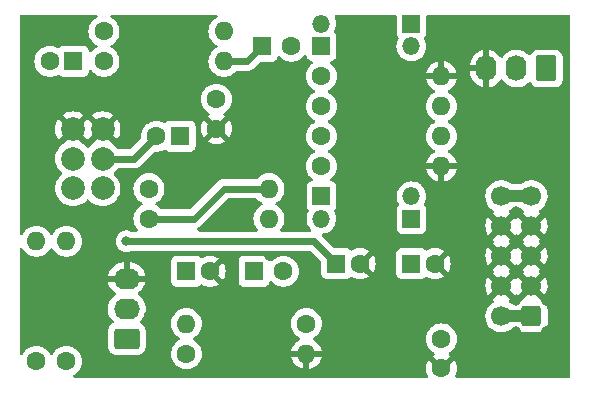
<source format=gbr>
%TF.GenerationSoftware,KiCad,Pcbnew,(6.0.5)*%
%TF.CreationDate,2022-05-28T19:41:01-04:00*%
%TF.ProjectId,headphone_amp,68656164-7068-46f6-9e65-5f616d702e6b,rev?*%
%TF.SameCoordinates,Original*%
%TF.FileFunction,Copper,L2,Bot*%
%TF.FilePolarity,Positive*%
%FSLAX46Y46*%
G04 Gerber Fmt 4.6, Leading zero omitted, Abs format (unit mm)*
G04 Created by KiCad (PCBNEW (6.0.5)) date 2022-05-28 19:41:01*
%MOMM*%
%LPD*%
G01*
G04 APERTURE LIST*
G04 Aperture macros list*
%AMRoundRect*
0 Rectangle with rounded corners*
0 $1 Rounding radius*
0 $2 $3 $4 $5 $6 $7 $8 $9 X,Y pos of 4 corners*
0 Add a 4 corners polygon primitive as box body*
4,1,4,$2,$3,$4,$5,$6,$7,$8,$9,$2,$3,0*
0 Add four circle primitives for the rounded corners*
1,1,$1+$1,$2,$3*
1,1,$1+$1,$4,$5*
1,1,$1+$1,$6,$7*
1,1,$1+$1,$8,$9*
0 Add four rect primitives between the rounded corners*
20,1,$1+$1,$2,$3,$4,$5,0*
20,1,$1+$1,$4,$5,$6,$7,0*
20,1,$1+$1,$6,$7,$8,$9,0*
20,1,$1+$1,$8,$9,$2,$3,0*%
G04 Aperture macros list end*
%TA.AperFunction,ComponentPad*%
%ADD10R,1.600000X1.600000*%
%TD*%
%TA.AperFunction,ComponentPad*%
%ADD11C,1.600000*%
%TD*%
%TA.AperFunction,ComponentPad*%
%ADD12O,1.600000X1.600000*%
%TD*%
%TA.AperFunction,ComponentPad*%
%ADD13C,2.000000*%
%TD*%
%TA.AperFunction,ComponentPad*%
%ADD14C,1.700000*%
%TD*%
%TA.AperFunction,ComponentPad*%
%ADD15RoundRect,0.250000X0.600000X0.600000X-0.600000X0.600000X-0.600000X-0.600000X0.600000X-0.600000X0*%
%TD*%
%TA.AperFunction,ComponentPad*%
%ADD16O,1.500000X1.500000*%
%TD*%
%TA.AperFunction,ComponentPad*%
%ADD17R,1.500000X1.500000*%
%TD*%
%TA.AperFunction,ComponentPad*%
%ADD18O,1.740000X2.190000*%
%TD*%
%TA.AperFunction,ComponentPad*%
%ADD19RoundRect,0.250000X0.620000X0.845000X-0.620000X0.845000X-0.620000X-0.845000X0.620000X-0.845000X0*%
%TD*%
%TA.AperFunction,ComponentPad*%
%ADD20O,2.190000X1.740000*%
%TD*%
%TA.AperFunction,ComponentPad*%
%ADD21RoundRect,0.250000X0.845000X-0.620000X0.845000X0.620000X-0.845000X0.620000X-0.845000X-0.620000X0*%
%TD*%
%TA.AperFunction,ViaPad*%
%ADD22C,0.800000*%
%TD*%
%TA.AperFunction,Conductor*%
%ADD23C,0.600000*%
%TD*%
%TA.AperFunction,Conductor*%
%ADD24C,1.000000*%
%TD*%
G04 APERTURE END LIST*
D10*
%TO.P,C6,1*%
%TO.N,Net-(C6-Pad1)*%
X137255000Y-93980000D03*
D11*
%TO.P,C6,2*%
%TO.N,/SIG_ATTN_L*%
X135255000Y-93980000D03*
%TD*%
D10*
%TO.P,C7,1*%
%TO.N,Net-(C7-Pad1)*%
X128230000Y-87630000D03*
D11*
%TO.P,C7,2*%
%TO.N,/SIG_ATTN_R*%
X126230000Y-87630000D03*
%TD*%
D10*
%TO.P,C4,1*%
%TO.N,/AMP_BIAS*%
X137795000Y-105410000D03*
D11*
%TO.P,C4,2*%
%TO.N,GND*%
X139795000Y-105410000D03*
%TD*%
D10*
%TO.P,C3,1*%
%TO.N,+5V*%
X150495000Y-104775000D03*
D11*
%TO.P,C3,2*%
%TO.N,GND*%
X152495000Y-104775000D03*
%TD*%
D10*
%TO.P,C1,1*%
%TO.N,+12V*%
X156845000Y-104775000D03*
D11*
%TO.P,C1,2*%
%TO.N,GND*%
X158845000Y-104775000D03*
%TD*%
%TO.P,R1,1*%
%TO.N,+5V*%
X147955000Y-109855000D03*
D12*
%TO.P,R1,2*%
%TO.N,/AMP_BIAS*%
X137795000Y-109855000D03*
%TD*%
D13*
%TO.P,RV1,6,6*%
%TO.N,Net-(R11-Pad2)*%
X130690000Y-98385000D03*
%TO.P,RV1,5,5*%
%TO.N,/SIG_ATTN_L*%
X130690000Y-95885000D03*
%TO.P,RV1,4,4*%
%TO.N,GND*%
X130690000Y-93385000D03*
%TO.P,RV1,3,3*%
%TO.N,Net-(R12-Pad2)*%
X128190000Y-98385000D03*
%TO.P,RV1,2,2*%
%TO.N,/SIG_ATTN_R*%
X128190000Y-95885000D03*
%TO.P,RV1,1,1*%
%TO.N,GND*%
X128190000Y-93385000D03*
%TD*%
D14*
%TO.P,J1,10,Pin_10*%
%TO.N,+12V*%
X164465000Y-99060000D03*
%TO.P,J1,9,Pin_9*%
X167005000Y-99060000D03*
%TO.P,J1,8,Pin_8*%
%TO.N,GND*%
X164465000Y-101600000D03*
%TO.P,J1,7,Pin_7*%
X167005000Y-101600000D03*
%TO.P,J1,6,Pin_6*%
X164465000Y-104140000D03*
%TO.P,J1,5,Pin_5*%
X167005000Y-104140000D03*
%TO.P,J1,4,Pin_4*%
X164465000Y-106680000D03*
%TO.P,J1,3,Pin_3*%
X167005000Y-106680000D03*
%TO.P,J1,2,Pin_2*%
%TO.N,-12V*%
X164465000Y-109220000D03*
D15*
%TO.P,J1,1,Pin_1*%
X167005000Y-109220000D03*
%TD*%
D12*
%TO.P,R12,2*%
%TO.N,Net-(R12-Pad2)*%
X125095000Y-102870000D03*
D11*
%TO.P,R12,1*%
%TO.N,/SIG_R*%
X125095000Y-113030000D03*
%TD*%
D12*
%TO.P,R11,2*%
%TO.N,Net-(R11-Pad2)*%
X127635000Y-102870000D03*
D11*
%TO.P,R11,1*%
%TO.N,/SIG_L*%
X127635000Y-113030000D03*
%TD*%
D12*
%TO.P,R7,2*%
%TO.N,GND*%
X159385000Y-96520000D03*
D11*
%TO.P,R7,1*%
%TO.N,/HP_FLT_L*%
X149225000Y-96520000D03*
%TD*%
D16*
%TO.P,D5,2,A*%
%TO.N,-12V*%
X156840000Y-86360000D03*
D17*
%TO.P,D5,1,K*%
%TO.N,/HP_FLT_R*%
X149220000Y-86360000D03*
%TD*%
D11*
%TO.P,C2,2*%
%TO.N,+5V*%
X159385000Y-111145000D03*
%TO.P,C2,1*%
%TO.N,GND*%
X159385000Y-113645000D03*
%TD*%
D12*
%TO.P,R3,2*%
%TO.N,/AMP_IN_L*%
X144780000Y-98425000D03*
D11*
%TO.P,R3,1*%
%TO.N,Net-(C6-Pad1)*%
X134620000Y-98425000D03*
%TD*%
%TO.P,C5,1*%
%TO.N,+5V*%
X140335000Y-90845000D03*
%TO.P,C5,2*%
%TO.N,GND*%
X140335000Y-93345000D03*
%TD*%
D10*
%TO.P,C9,1*%
%TO.N,/AMP_OUT_R*%
X144185000Y-86360000D03*
D11*
%TO.P,C9,2*%
%TO.N,/HP_FLT_R*%
X146685000Y-86360000D03*
%TD*%
%TO.P,R2,1*%
%TO.N,/AMP_BIAS*%
X137795000Y-112395000D03*
D12*
%TO.P,R2,2*%
%TO.N,GND*%
X147955000Y-112395000D03*
%TD*%
D17*
%TO.P,D2,1,K*%
%TO.N,+12V*%
X156845000Y-100965000D03*
D16*
%TO.P,D2,2,A*%
%TO.N,/HP_FLT_L*%
X149225000Y-100965000D03*
%TD*%
D12*
%TO.P,R9,2*%
%TO.N,/HP_L*%
X159385000Y-93980000D03*
D11*
%TO.P,R9,1*%
%TO.N,/HP_FLT_L*%
X149225000Y-93980000D03*
%TD*%
%TO.P,R10,1*%
%TO.N,/HP_FLT_R*%
X149225000Y-91440000D03*
D12*
%TO.P,R10,2*%
%TO.N,/HP_R*%
X159385000Y-91440000D03*
%TD*%
D10*
%TO.P,C8,1*%
%TO.N,/AMP_OUT_L*%
X143510000Y-105410000D03*
D11*
%TO.P,C8,2*%
%TO.N,/HP_FLT_L*%
X146010000Y-105410000D03*
%TD*%
%TO.P,R6,1*%
%TO.N,/AMP_IN_R*%
X130810000Y-87630000D03*
D12*
%TO.P,R6,2*%
%TO.N,/AMP_OUT_R*%
X140970000Y-87630000D03*
%TD*%
D18*
%TO.P,J3,S*%
%TO.N,GND*%
X163195000Y-88245000D03*
%TO.P,J3,R*%
%TO.N,/HP_R*%
X165735000Y-88245000D03*
D19*
%TO.P,J3,T*%
%TO.N,/HP_L*%
X168275000Y-88245000D03*
%TD*%
D16*
%TO.P,D3,2,A*%
%TO.N,-12V*%
X156845000Y-99060000D03*
D17*
%TO.P,D3,1,K*%
%TO.N,/HP_FLT_L*%
X149225000Y-99060000D03*
%TD*%
D16*
%TO.P,D4,2,A*%
%TO.N,/HP_FLT_R*%
X149225000Y-84455000D03*
D17*
%TO.P,D4,1,K*%
%TO.N,+12V*%
X156845000Y-84455000D03*
%TD*%
D12*
%TO.P,R5,2*%
%TO.N,/AMP_OUT_L*%
X144780000Y-100965000D03*
D11*
%TO.P,R5,1*%
%TO.N,/AMP_IN_L*%
X134620000Y-100965000D03*
%TD*%
%TO.P,R4,1*%
%TO.N,Net-(C7-Pad1)*%
X130810000Y-85090000D03*
D12*
%TO.P,R4,2*%
%TO.N,/AMP_IN_R*%
X140970000Y-85090000D03*
%TD*%
D20*
%TO.P,J2,3,Pin_3*%
%TO.N,GND*%
X132735000Y-106045000D03*
%TO.P,J2,2,Pin_2*%
%TO.N,/SIG_R*%
X132735000Y-108585000D03*
D21*
%TO.P,J2,1,Pin_1*%
%TO.N,/SIG_L*%
X132735000Y-111125000D03*
%TD*%
D11*
%TO.P,R8,1*%
%TO.N,/HP_FLT_R*%
X149225000Y-88900000D03*
D12*
%TO.P,R8,2*%
%TO.N,GND*%
X159385000Y-88900000D03*
%TD*%
D22*
%TO.N,GND*%
X135890000Y-84455000D03*
X133985000Y-86360000D03*
X132715000Y-84455000D03*
X139700000Y-101600000D03*
X142875000Y-100965000D03*
X136525000Y-98425000D03*
X144145000Y-92710000D03*
X142240000Y-92710000D03*
X139065000Y-94615000D03*
X139065000Y-92075000D03*
%TO.N,+5V*%
X132715000Y-102870000D03*
%TO.N,GND*%
X147320000Y-99695000D03*
X146685000Y-101600000D03*
X144780000Y-104140000D03*
X146685000Y-88265000D03*
X131445000Y-89535000D03*
X165100000Y-113030000D03*
X142240000Y-111125000D03*
X145415000Y-110490000D03*
X140335000Y-113665000D03*
X142875000Y-107950000D03*
X148590000Y-107950000D03*
X150495000Y-102870000D03*
X147955000Y-104775000D03*
X139700000Y-108585000D03*
X140970000Y-97155000D03*
X129540000Y-90805000D03*
X137795000Y-86995000D03*
X137160000Y-89535000D03*
X133350000Y-90805000D03*
X139700000Y-88900000D03*
X127635000Y-89535000D03*
X124460000Y-89535000D03*
X128270000Y-84455000D03*
X124460000Y-84455000D03*
X124460000Y-100330000D03*
X125730000Y-99060000D03*
X125730000Y-95250000D03*
X128270000Y-107315000D03*
X130810000Y-107315000D03*
X129540000Y-103505000D03*
X131445000Y-101600000D03*
X124460000Y-104775000D03*
X124460000Y-111125000D03*
X135255000Y-104140000D03*
X135255000Y-109855000D03*
X135255000Y-113665000D03*
X129540000Y-113665000D03*
X146050000Y-113665000D03*
X154940000Y-106680000D03*
X152400000Y-94615000D03*
X151765000Y-89535000D03*
X153035000Y-84455000D03*
X152400000Y-100965000D03*
X154940000Y-102870000D03*
X153670000Y-109220000D03*
X161290000Y-113665000D03*
X169545000Y-113665000D03*
X158750000Y-109220000D03*
X158750000Y-106680000D03*
X158750000Y-102870000D03*
X167005000Y-85725000D03*
X161925000Y-85725000D03*
X164465000Y-84455000D03*
X161290000Y-89535000D03*
X158750000Y-86995000D03*
X158750000Y-84455000D03*
X169545000Y-84455000D03*
X167640000Y-92710000D03*
X169545000Y-90170000D03*
X169545000Y-95885000D03*
X164465000Y-94615000D03*
X168275000Y-110490000D03*
X165735000Y-110490000D03*
X163195000Y-110490000D03*
X163195000Y-107950000D03*
X163195000Y-105410000D03*
X163195000Y-100330000D03*
X163195000Y-102870000D03*
X165735000Y-105410000D03*
X165735000Y-107950000D03*
X168275000Y-107950000D03*
X168275000Y-105410000D03*
X168275000Y-102870000D03*
X168275000Y-100330000D03*
X165735000Y-100330000D03*
X165735000Y-102870000D03*
X146685000Y-93980000D03*
X154940000Y-112395000D03*
X152400000Y-113665000D03*
X152400000Y-112395000D03*
X153670000Y-113665000D03*
X153670000Y-112395000D03*
X154940000Y-113665000D03*
X147320000Y-94615000D03*
X147320000Y-95885000D03*
X147320000Y-97155000D03*
X146685000Y-97790000D03*
%TD*%
D23*
%TO.N,/SIG_ATTN_L*%
X133325113Y-95885000D02*
X135230113Y-93980000D01*
X130690000Y-95885000D02*
X133325113Y-95885000D01*
%TO.N,+5V*%
X133985000Y-102870000D02*
X132715000Y-102870000D01*
X140335000Y-102870000D02*
X133985000Y-102870000D01*
X148590000Y-102870000D02*
X140335000Y-102870000D01*
X150495000Y-104775000D02*
X148590000Y-102870000D01*
%TO.N,/AMP_OUT_R*%
X142939888Y-87630000D02*
X144209888Y-86360000D01*
X141669888Y-87630000D02*
X142939888Y-87630000D01*
%TO.N,/AMP_IN_L*%
X140970000Y-98425000D02*
X138430000Y-100965000D01*
X138430000Y-100965000D02*
X134620000Y-100965000D01*
X144780000Y-98425000D02*
X140970000Y-98425000D01*
D24*
%TO.N,+12V*%
X164465000Y-99060000D02*
X167005000Y-99060000D01*
%TO.N,-12V*%
X164465000Y-109220000D02*
X167005000Y-109220000D01*
%TD*%
%TA.AperFunction,Conductor*%
%TO.N,GND*%
G36*
X130208400Y-83713502D02*
G01*
X130254893Y-83767158D01*
X130264997Y-83837432D01*
X130235503Y-83902012D01*
X130193529Y-83933695D01*
X130158238Y-83950151D01*
X130158233Y-83950154D01*
X130153251Y-83952477D01*
X130059762Y-84017939D01*
X129970211Y-84080643D01*
X129970208Y-84080645D01*
X129965700Y-84083802D01*
X129803802Y-84245700D01*
X129672477Y-84433251D01*
X129670154Y-84438233D01*
X129670151Y-84438238D01*
X129664888Y-84449525D01*
X129575716Y-84640757D01*
X129574294Y-84646065D01*
X129574293Y-84646067D01*
X129566709Y-84674371D01*
X129516457Y-84861913D01*
X129496502Y-85090000D01*
X129516457Y-85318087D01*
X129517881Y-85323400D01*
X129517881Y-85323402D01*
X129574185Y-85533528D01*
X129575716Y-85539243D01*
X129578039Y-85544224D01*
X129578039Y-85544225D01*
X129670151Y-85741762D01*
X129670154Y-85741767D01*
X129672477Y-85746749D01*
X129803802Y-85934300D01*
X129965700Y-86096198D01*
X129970208Y-86099355D01*
X129970211Y-86099357D01*
X130021570Y-86135319D01*
X130153251Y-86227523D01*
X130158233Y-86229846D01*
X130158238Y-86229849D01*
X130192457Y-86245805D01*
X130245742Y-86292722D01*
X130265203Y-86360999D01*
X130244661Y-86428959D01*
X130192457Y-86474195D01*
X130158238Y-86490151D01*
X130158233Y-86490154D01*
X130153251Y-86492477D01*
X130071106Y-86549996D01*
X129970211Y-86620643D01*
X129970208Y-86620645D01*
X129965700Y-86623802D01*
X129803802Y-86785700D01*
X129800645Y-86790208D01*
X129800643Y-86790211D01*
X129766766Y-86838593D01*
X129711309Y-86882921D01*
X129640690Y-86890230D01*
X129577329Y-86858199D01*
X129541344Y-86796998D01*
X129538290Y-86779930D01*
X129535855Y-86757520D01*
X129531745Y-86719684D01*
X129480615Y-86583295D01*
X129393261Y-86466739D01*
X129276705Y-86379385D01*
X129140316Y-86328255D01*
X129078134Y-86321500D01*
X127381866Y-86321500D01*
X127319684Y-86328255D01*
X127183295Y-86379385D01*
X127066739Y-86466739D01*
X127061358Y-86473919D01*
X127055008Y-86480269D01*
X127052768Y-86478029D01*
X127008435Y-86511171D01*
X126937616Y-86516190D01*
X126896210Y-86498051D01*
X126896019Y-86498383D01*
X126893036Y-86496661D01*
X126892203Y-86496296D01*
X126886749Y-86492477D01*
X126881767Y-86490154D01*
X126881762Y-86490151D01*
X126684225Y-86398039D01*
X126684224Y-86398039D01*
X126679243Y-86395716D01*
X126673935Y-86394294D01*
X126673933Y-86394293D01*
X126463402Y-86337881D01*
X126463400Y-86337881D01*
X126458087Y-86336457D01*
X126230000Y-86316502D01*
X126001913Y-86336457D01*
X125996600Y-86337881D01*
X125996598Y-86337881D01*
X125786067Y-86394293D01*
X125786065Y-86394294D01*
X125780757Y-86395716D01*
X125775776Y-86398039D01*
X125775775Y-86398039D01*
X125578238Y-86490151D01*
X125578233Y-86490154D01*
X125573251Y-86492477D01*
X125491106Y-86549996D01*
X125390211Y-86620643D01*
X125390208Y-86620645D01*
X125385700Y-86623802D01*
X125223802Y-86785700D01*
X125220645Y-86790208D01*
X125220643Y-86790211D01*
X125165902Y-86868389D01*
X125092477Y-86973251D01*
X125090154Y-86978233D01*
X125090151Y-86978238D01*
X125006400Y-87157845D01*
X124995716Y-87180757D01*
X124994294Y-87186065D01*
X124994293Y-87186067D01*
X124947071Y-87362301D01*
X124936457Y-87401913D01*
X124916502Y-87630000D01*
X124936457Y-87858087D01*
X124937881Y-87863400D01*
X124937881Y-87863402D01*
X124990703Y-88060533D01*
X124995716Y-88079243D01*
X124998039Y-88084224D01*
X124998039Y-88084225D01*
X125090151Y-88281762D01*
X125090154Y-88281767D01*
X125092477Y-88286749D01*
X125131087Y-88341890D01*
X125211156Y-88456239D01*
X125223802Y-88474300D01*
X125385700Y-88636198D01*
X125390208Y-88639355D01*
X125390211Y-88639357D01*
X125431542Y-88668297D01*
X125573251Y-88767523D01*
X125578233Y-88769846D01*
X125578238Y-88769849D01*
X125775775Y-88861961D01*
X125780757Y-88864284D01*
X125786065Y-88865706D01*
X125786067Y-88865707D01*
X125996598Y-88922119D01*
X125996600Y-88922119D01*
X126001913Y-88923543D01*
X126230000Y-88943498D01*
X126458087Y-88923543D01*
X126463400Y-88922119D01*
X126463402Y-88922119D01*
X126673933Y-88865707D01*
X126673935Y-88865706D01*
X126679243Y-88864284D01*
X126684225Y-88861961D01*
X126881762Y-88769849D01*
X126881767Y-88769846D01*
X126886749Y-88767523D01*
X126892202Y-88763705D01*
X126892686Y-88763541D01*
X126896019Y-88761617D01*
X126896406Y-88762287D01*
X126959474Y-88741012D01*
X127028335Y-88758293D01*
X127053737Y-88781002D01*
X127055008Y-88779731D01*
X127061358Y-88786081D01*
X127066739Y-88793261D01*
X127183295Y-88880615D01*
X127319684Y-88931745D01*
X127381866Y-88938500D01*
X129078134Y-88938500D01*
X129140316Y-88931745D01*
X129276705Y-88880615D01*
X129393261Y-88793261D01*
X129480615Y-88676705D01*
X129531745Y-88540316D01*
X129538290Y-88480070D01*
X129565532Y-88414508D01*
X129623895Y-88374082D01*
X129694850Y-88371627D01*
X129755867Y-88407922D01*
X129766765Y-88421405D01*
X129778309Y-88437893D01*
X129791156Y-88456239D01*
X129803802Y-88474300D01*
X129965700Y-88636198D01*
X129970208Y-88639355D01*
X129970211Y-88639357D01*
X130011542Y-88668297D01*
X130153251Y-88767523D01*
X130158233Y-88769846D01*
X130158238Y-88769849D01*
X130355775Y-88861961D01*
X130360757Y-88864284D01*
X130366065Y-88865706D01*
X130366067Y-88865707D01*
X130576598Y-88922119D01*
X130576600Y-88922119D01*
X130581913Y-88923543D01*
X130810000Y-88943498D01*
X131038087Y-88923543D01*
X131043400Y-88922119D01*
X131043402Y-88922119D01*
X131253933Y-88865707D01*
X131253935Y-88865706D01*
X131259243Y-88864284D01*
X131264225Y-88861961D01*
X131461762Y-88769849D01*
X131461767Y-88769846D01*
X131466749Y-88767523D01*
X131608458Y-88668297D01*
X131649789Y-88639357D01*
X131649792Y-88639355D01*
X131654300Y-88636198D01*
X131816198Y-88474300D01*
X131828845Y-88456239D01*
X131908913Y-88341890D01*
X131947523Y-88286749D01*
X131949846Y-88281767D01*
X131949849Y-88281762D01*
X132041961Y-88084225D01*
X132041961Y-88084224D01*
X132044284Y-88079243D01*
X132049298Y-88060533D01*
X132102119Y-87863402D01*
X132102119Y-87863400D01*
X132103543Y-87858087D01*
X132123498Y-87630000D01*
X132103543Y-87401913D01*
X132092929Y-87362301D01*
X132045707Y-87186067D01*
X132045706Y-87186065D01*
X132044284Y-87180757D01*
X132033600Y-87157845D01*
X131949849Y-86978238D01*
X131949846Y-86978233D01*
X131947523Y-86973251D01*
X131874098Y-86868389D01*
X131819357Y-86790211D01*
X131819355Y-86790208D01*
X131816198Y-86785700D01*
X131654300Y-86623802D01*
X131649792Y-86620645D01*
X131649789Y-86620643D01*
X131548894Y-86549996D01*
X131466749Y-86492477D01*
X131461767Y-86490154D01*
X131461762Y-86490151D01*
X131427543Y-86474195D01*
X131374258Y-86427278D01*
X131354797Y-86359001D01*
X131375339Y-86291041D01*
X131427543Y-86245805D01*
X131461762Y-86229849D01*
X131461767Y-86229846D01*
X131466749Y-86227523D01*
X131598430Y-86135319D01*
X131649789Y-86099357D01*
X131649792Y-86099355D01*
X131654300Y-86096198D01*
X131816198Y-85934300D01*
X131947523Y-85746749D01*
X131949846Y-85741767D01*
X131949849Y-85741762D01*
X132041961Y-85544225D01*
X132041961Y-85544224D01*
X132044284Y-85539243D01*
X132045816Y-85533528D01*
X132102119Y-85323402D01*
X132102119Y-85323400D01*
X132103543Y-85318087D01*
X132123498Y-85090000D01*
X132103543Y-84861913D01*
X132053291Y-84674371D01*
X132045707Y-84646067D01*
X132045706Y-84646065D01*
X132044284Y-84640757D01*
X131955112Y-84449525D01*
X131949849Y-84438238D01*
X131949846Y-84438233D01*
X131947523Y-84433251D01*
X131816198Y-84245700D01*
X131654300Y-84083802D01*
X131649792Y-84080645D01*
X131649789Y-84080643D01*
X131560238Y-84017939D01*
X131466749Y-83952477D01*
X131461767Y-83950154D01*
X131461762Y-83950151D01*
X131426471Y-83933695D01*
X131373186Y-83886778D01*
X131353725Y-83818500D01*
X131374267Y-83750540D01*
X131428290Y-83704475D01*
X131479721Y-83693500D01*
X140300279Y-83693500D01*
X140368400Y-83713502D01*
X140414893Y-83767158D01*
X140424997Y-83837432D01*
X140395503Y-83902012D01*
X140353529Y-83933695D01*
X140318238Y-83950151D01*
X140318233Y-83950154D01*
X140313251Y-83952477D01*
X140219762Y-84017939D01*
X140130211Y-84080643D01*
X140130208Y-84080645D01*
X140125700Y-84083802D01*
X139963802Y-84245700D01*
X139832477Y-84433251D01*
X139830154Y-84438233D01*
X139830151Y-84438238D01*
X139824888Y-84449525D01*
X139735716Y-84640757D01*
X139734294Y-84646065D01*
X139734293Y-84646067D01*
X139726709Y-84674371D01*
X139676457Y-84861913D01*
X139656502Y-85090000D01*
X139676457Y-85318087D01*
X139677881Y-85323400D01*
X139677881Y-85323402D01*
X139734185Y-85533528D01*
X139735716Y-85539243D01*
X139738039Y-85544224D01*
X139738039Y-85544225D01*
X139830151Y-85741762D01*
X139830154Y-85741767D01*
X139832477Y-85746749D01*
X139963802Y-85934300D01*
X140125700Y-86096198D01*
X140130208Y-86099355D01*
X140130211Y-86099357D01*
X140181570Y-86135319D01*
X140313251Y-86227523D01*
X140318233Y-86229846D01*
X140318238Y-86229849D01*
X140352457Y-86245805D01*
X140405742Y-86292722D01*
X140425203Y-86360999D01*
X140404661Y-86428959D01*
X140352457Y-86474195D01*
X140318238Y-86490151D01*
X140318233Y-86490154D01*
X140313251Y-86492477D01*
X140231106Y-86549996D01*
X140130211Y-86620643D01*
X140130208Y-86620645D01*
X140125700Y-86623802D01*
X139963802Y-86785700D01*
X139960645Y-86790208D01*
X139960643Y-86790211D01*
X139905902Y-86868389D01*
X139832477Y-86973251D01*
X139830154Y-86978233D01*
X139830151Y-86978238D01*
X139746400Y-87157845D01*
X139735716Y-87180757D01*
X139734294Y-87186065D01*
X139734293Y-87186067D01*
X139687071Y-87362301D01*
X139676457Y-87401913D01*
X139656502Y-87630000D01*
X139676457Y-87858087D01*
X139677881Y-87863400D01*
X139677881Y-87863402D01*
X139730703Y-88060533D01*
X139735716Y-88079243D01*
X139738039Y-88084224D01*
X139738039Y-88084225D01*
X139830151Y-88281762D01*
X139830154Y-88281767D01*
X139832477Y-88286749D01*
X139871087Y-88341890D01*
X139951156Y-88456239D01*
X139963802Y-88474300D01*
X140125700Y-88636198D01*
X140130208Y-88639355D01*
X140130211Y-88639357D01*
X140171542Y-88668297D01*
X140313251Y-88767523D01*
X140318233Y-88769846D01*
X140318238Y-88769849D01*
X140515775Y-88861961D01*
X140520757Y-88864284D01*
X140526065Y-88865706D01*
X140526067Y-88865707D01*
X140736598Y-88922119D01*
X140736600Y-88922119D01*
X140741913Y-88923543D01*
X140970000Y-88943498D01*
X141198087Y-88923543D01*
X141203400Y-88922119D01*
X141203402Y-88922119D01*
X141413933Y-88865707D01*
X141413935Y-88865706D01*
X141419243Y-88864284D01*
X141424225Y-88861961D01*
X141621762Y-88769849D01*
X141621767Y-88769846D01*
X141626749Y-88767523D01*
X141768458Y-88668297D01*
X141809789Y-88639357D01*
X141809792Y-88639355D01*
X141814300Y-88636198D01*
X141975093Y-88475405D01*
X142037405Y-88441379D01*
X142064188Y-88438500D01*
X142930674Y-88438500D01*
X142931994Y-88438507D01*
X143022109Y-88439451D01*
X143064485Y-88430289D01*
X143077051Y-88428231D01*
X143120143Y-88423397D01*
X143126794Y-88421081D01*
X143126798Y-88421080D01*
X143151818Y-88412367D01*
X143166630Y-88408204D01*
X143192507Y-88402609D01*
X143199398Y-88401119D01*
X143238701Y-88382792D01*
X143250477Y-88378010D01*
X143291440Y-88363745D01*
X143297415Y-88360011D01*
X143297418Y-88360010D01*
X143319883Y-88345973D01*
X143333400Y-88338634D01*
X143357402Y-88327441D01*
X143357403Y-88327440D01*
X143363790Y-88324462D01*
X143398041Y-88297894D01*
X143408500Y-88290598D01*
X143439292Y-88271358D01*
X143439295Y-88271356D01*
X143445264Y-88267626D01*
X143450260Y-88262665D01*
X143474067Y-88239024D01*
X143474692Y-88238439D01*
X143475358Y-88237922D01*
X143501348Y-88211932D01*
X143573970Y-88139815D01*
X143574628Y-88138778D01*
X143575731Y-88137549D01*
X144007875Y-87705405D01*
X144070187Y-87671379D01*
X144096970Y-87668500D01*
X145033134Y-87668500D01*
X145095316Y-87661745D01*
X145231705Y-87610615D01*
X145348261Y-87523261D01*
X145435615Y-87406705D01*
X145486745Y-87270316D01*
X145488691Y-87271046D01*
X145518545Y-87218795D01*
X145581503Y-87185979D01*
X145652207Y-87192409D01*
X145695000Y-87220498D01*
X145840700Y-87366198D01*
X145845208Y-87369355D01*
X145845211Y-87369357D01*
X145886542Y-87398297D01*
X146028251Y-87497523D01*
X146033233Y-87499846D01*
X146033238Y-87499849D01*
X146230775Y-87591961D01*
X146235757Y-87594284D01*
X146241065Y-87595706D01*
X146241067Y-87595707D01*
X146451598Y-87652119D01*
X146451600Y-87652119D01*
X146456913Y-87653543D01*
X146685000Y-87673498D01*
X146913087Y-87653543D01*
X146918400Y-87652119D01*
X146918402Y-87652119D01*
X147128933Y-87595707D01*
X147128935Y-87595706D01*
X147134243Y-87594284D01*
X147139225Y-87591961D01*
X147336762Y-87499849D01*
X147336767Y-87499846D01*
X147341749Y-87497523D01*
X147483458Y-87398297D01*
X147524789Y-87369357D01*
X147524792Y-87369355D01*
X147529300Y-87366198D01*
X147691198Y-87204300D01*
X147699525Y-87192409D01*
X147737265Y-87138510D01*
X147792722Y-87094182D01*
X147863342Y-87086873D01*
X147926702Y-87118904D01*
X147962687Y-87180105D01*
X147965741Y-87197174D01*
X147967401Y-87212460D01*
X147967402Y-87212464D01*
X147968255Y-87220316D01*
X148019385Y-87356705D01*
X148106739Y-87473261D01*
X148223295Y-87560615D01*
X148359684Y-87611745D01*
X148385492Y-87614549D01*
X148393337Y-87615401D01*
X148458899Y-87642643D01*
X148499325Y-87701006D01*
X148501780Y-87771961D01*
X148465485Y-87832978D01*
X148452000Y-87843877D01*
X148385211Y-87890643D01*
X148385208Y-87890645D01*
X148380700Y-87893802D01*
X148218802Y-88055700D01*
X148215645Y-88060208D01*
X148215643Y-88060211D01*
X148161491Y-88137549D01*
X148087477Y-88243251D01*
X148085154Y-88248233D01*
X148085151Y-88248238D01*
X147995988Y-88439451D01*
X147990716Y-88450757D01*
X147989294Y-88456065D01*
X147989293Y-88456067D01*
X147941756Y-88633478D01*
X147931457Y-88671913D01*
X147911502Y-88900000D01*
X147931457Y-89128087D01*
X147932881Y-89133400D01*
X147932881Y-89133402D01*
X147988442Y-89340755D01*
X147990716Y-89349243D01*
X147993039Y-89354224D01*
X147993039Y-89354225D01*
X148085151Y-89551762D01*
X148085154Y-89551767D01*
X148087477Y-89556749D01*
X148151233Y-89647802D01*
X148195601Y-89711165D01*
X148218802Y-89744300D01*
X148380700Y-89906198D01*
X148385208Y-89909355D01*
X148385211Y-89909357D01*
X148463389Y-89964098D01*
X148568251Y-90037523D01*
X148573233Y-90039846D01*
X148573238Y-90039849D01*
X148607457Y-90055805D01*
X148660742Y-90102722D01*
X148680203Y-90170999D01*
X148659661Y-90238959D01*
X148607457Y-90284195D01*
X148573238Y-90300151D01*
X148573233Y-90300154D01*
X148568251Y-90302477D01*
X148463389Y-90375902D01*
X148385211Y-90430643D01*
X148385208Y-90430645D01*
X148380700Y-90433802D01*
X148218802Y-90595700D01*
X148087477Y-90783251D01*
X148085154Y-90788233D01*
X148085151Y-90788238D01*
X148061236Y-90839525D01*
X147990716Y-90990757D01*
X147989294Y-90996065D01*
X147989293Y-90996067D01*
X147967231Y-91078402D01*
X147931457Y-91211913D01*
X147911502Y-91440000D01*
X147931457Y-91668087D01*
X147932881Y-91673400D01*
X147932881Y-91673402D01*
X147979478Y-91847301D01*
X147990716Y-91889243D01*
X147993039Y-91894224D01*
X147993039Y-91894225D01*
X148085151Y-92091762D01*
X148085154Y-92091767D01*
X148087477Y-92096749D01*
X148130714Y-92158498D01*
X148193041Y-92247509D01*
X148218802Y-92284300D01*
X148380700Y-92446198D01*
X148385208Y-92449355D01*
X148385211Y-92449357D01*
X148463389Y-92504098D01*
X148568251Y-92577523D01*
X148573233Y-92579846D01*
X148573238Y-92579849D01*
X148607457Y-92595805D01*
X148660742Y-92642722D01*
X148680203Y-92710999D01*
X148659661Y-92778959D01*
X148607457Y-92824195D01*
X148573238Y-92840151D01*
X148573233Y-92840154D01*
X148568251Y-92842477D01*
X148467551Y-92912988D01*
X148385211Y-92970643D01*
X148385208Y-92970645D01*
X148380700Y-92973802D01*
X148218802Y-93135700D01*
X148215645Y-93140208D01*
X148215643Y-93140211D01*
X148160902Y-93218389D01*
X148087477Y-93323251D01*
X148085154Y-93328233D01*
X148085151Y-93328238D01*
X147993039Y-93525775D01*
X147990716Y-93530757D01*
X147989294Y-93536065D01*
X147989293Y-93536067D01*
X147967688Y-93616699D01*
X147931457Y-93751913D01*
X147911502Y-93980000D01*
X147931457Y-94208087D01*
X147932881Y-94213400D01*
X147932881Y-94213402D01*
X147943467Y-94252907D01*
X147990716Y-94429243D01*
X147993039Y-94434224D01*
X147993039Y-94434225D01*
X148085151Y-94631762D01*
X148085154Y-94631767D01*
X148087477Y-94636749D01*
X148090634Y-94641257D01*
X148214942Y-94818787D01*
X148218802Y-94824300D01*
X148380700Y-94986198D01*
X148385208Y-94989355D01*
X148385211Y-94989357D01*
X148426542Y-95018297D01*
X148568251Y-95117523D01*
X148573233Y-95119846D01*
X148573238Y-95119849D01*
X148607457Y-95135805D01*
X148660742Y-95182722D01*
X148680203Y-95250999D01*
X148659661Y-95318959D01*
X148607457Y-95364195D01*
X148573238Y-95380151D01*
X148573233Y-95380154D01*
X148568251Y-95382477D01*
X148511495Y-95422218D01*
X148385211Y-95510643D01*
X148385208Y-95510645D01*
X148380700Y-95513802D01*
X148218802Y-95675700D01*
X148087477Y-95863251D01*
X148085154Y-95868233D01*
X148085151Y-95868238D01*
X148085034Y-95868489D01*
X147990716Y-96070757D01*
X147931457Y-96291913D01*
X147911502Y-96520000D01*
X147931457Y-96748087D01*
X147932881Y-96753400D01*
X147932881Y-96753402D01*
X147985884Y-96951208D01*
X147990716Y-96969243D01*
X147993039Y-96974224D01*
X147993039Y-96974225D01*
X148085151Y-97171762D01*
X148085154Y-97171767D01*
X148087477Y-97176749D01*
X148125332Y-97230811D01*
X148182054Y-97311818D01*
X148218802Y-97364300D01*
X148380700Y-97526198D01*
X148385210Y-97529356D01*
X148385216Y-97529361D01*
X148452671Y-97576593D01*
X148497000Y-97632050D01*
X148504309Y-97702669D01*
X148472279Y-97766029D01*
X148411077Y-97802015D01*
X148394010Y-97805069D01*
X148387771Y-97805747D01*
X148364684Y-97808255D01*
X148228295Y-97859385D01*
X148111739Y-97946739D01*
X148024385Y-98063295D01*
X147973255Y-98199684D01*
X147966500Y-98261866D01*
X147966500Y-99858134D01*
X147973255Y-99920316D01*
X148024385Y-100056705D01*
X148111739Y-100173261D01*
X148116026Y-100176474D01*
X148149180Y-100237189D01*
X148144115Y-100308004D01*
X148135178Y-100326973D01*
X148134101Y-100328839D01*
X148130944Y-100333347D01*
X148128621Y-100338329D01*
X148128618Y-100338334D01*
X148093537Y-100413567D01*
X148037880Y-100532924D01*
X147980885Y-100745629D01*
X147961693Y-100965000D01*
X147980885Y-101184371D01*
X148037880Y-101397076D01*
X148081415Y-101490438D01*
X148128618Y-101591666D01*
X148128621Y-101591671D01*
X148130944Y-101596653D01*
X148134100Y-101601160D01*
X148134101Y-101601162D01*
X148245123Y-101759717D01*
X148257251Y-101777038D01*
X148326618Y-101846405D01*
X148360644Y-101908717D01*
X148355579Y-101979532D01*
X148313032Y-102036368D01*
X148246512Y-102061179D01*
X148237523Y-102061500D01*
X145838188Y-102061500D01*
X145770067Y-102041498D01*
X145723574Y-101987842D01*
X145713470Y-101917568D01*
X145742964Y-101852988D01*
X145749093Y-101846405D01*
X145786198Y-101809300D01*
X145803580Y-101784477D01*
X145878913Y-101676890D01*
X145917523Y-101621749D01*
X145919846Y-101616767D01*
X145919849Y-101616762D01*
X146011961Y-101419225D01*
X146011961Y-101419224D01*
X146014284Y-101414243D01*
X146025490Y-101372424D01*
X146072119Y-101198402D01*
X146072119Y-101198400D01*
X146073543Y-101193087D01*
X146093498Y-100965000D01*
X146073543Y-100736913D01*
X146014284Y-100515757D01*
X146001694Y-100488758D01*
X145919849Y-100313238D01*
X145919846Y-100313233D01*
X145917523Y-100308251D01*
X145823002Y-100173261D01*
X145789357Y-100125211D01*
X145789355Y-100125208D01*
X145786198Y-100120700D01*
X145624300Y-99958802D01*
X145619792Y-99955645D01*
X145619789Y-99955643D01*
X145537702Y-99898165D01*
X145436749Y-99827477D01*
X145431767Y-99825154D01*
X145431762Y-99825151D01*
X145397543Y-99809195D01*
X145344258Y-99762278D01*
X145324797Y-99694001D01*
X145345339Y-99626041D01*
X145397543Y-99580805D01*
X145431762Y-99564849D01*
X145431767Y-99564846D01*
X145436749Y-99562523D01*
X145595723Y-99451208D01*
X145619789Y-99434357D01*
X145619792Y-99434355D01*
X145624300Y-99431198D01*
X145786198Y-99269300D01*
X145803531Y-99244547D01*
X145844098Y-99186611D01*
X145917523Y-99081749D01*
X145919846Y-99076767D01*
X145919849Y-99076762D01*
X146011961Y-98879225D01*
X146011961Y-98879224D01*
X146014284Y-98874243D01*
X146021824Y-98846106D01*
X146072119Y-98658402D01*
X146072119Y-98658400D01*
X146073543Y-98653087D01*
X146093498Y-98425000D01*
X146073543Y-98196913D01*
X146060514Y-98148289D01*
X146015707Y-97981067D01*
X146015706Y-97981065D01*
X146014284Y-97975757D01*
X145998244Y-97941358D01*
X145919849Y-97773238D01*
X145919846Y-97773233D01*
X145917523Y-97768251D01*
X145810652Y-97615624D01*
X145789357Y-97585211D01*
X145789355Y-97585208D01*
X145786198Y-97580700D01*
X145624300Y-97418802D01*
X145619792Y-97415645D01*
X145619789Y-97415643D01*
X145471511Y-97311818D01*
X145436749Y-97287477D01*
X145431767Y-97285154D01*
X145431762Y-97285151D01*
X145234225Y-97193039D01*
X145234224Y-97193039D01*
X145229243Y-97190716D01*
X145223935Y-97189294D01*
X145223933Y-97189293D01*
X145013402Y-97132881D01*
X145013400Y-97132881D01*
X145008087Y-97131457D01*
X144780000Y-97111502D01*
X144551913Y-97131457D01*
X144546600Y-97132881D01*
X144546598Y-97132881D01*
X144336067Y-97189293D01*
X144336065Y-97189294D01*
X144330757Y-97190716D01*
X144325776Y-97193039D01*
X144325775Y-97193039D01*
X144128238Y-97285151D01*
X144128233Y-97285154D01*
X144123251Y-97287477D01*
X144088489Y-97311818D01*
X143940211Y-97415643D01*
X143940208Y-97415645D01*
X143935700Y-97418802D01*
X143774907Y-97579595D01*
X143712595Y-97613621D01*
X143685812Y-97616500D01*
X140979164Y-97616500D01*
X140977845Y-97616493D01*
X140887779Y-97615550D01*
X140880893Y-97617039D01*
X140880891Y-97617039D01*
X140862313Y-97621056D01*
X140845414Y-97624710D01*
X140832835Y-97626770D01*
X140796741Y-97630818D01*
X140796738Y-97630819D01*
X140789745Y-97631603D01*
X140758068Y-97642634D01*
X140743258Y-97646796D01*
X140717378Y-97652391D01*
X140717374Y-97652392D01*
X140710489Y-97653881D01*
X140704105Y-97656858D01*
X140704099Y-97656860D01*
X140671193Y-97672204D01*
X140659384Y-97676999D01*
X140618448Y-97691255D01*
X140612476Y-97694987D01*
X140612469Y-97694990D01*
X140590005Y-97709027D01*
X140576488Y-97716366D01*
X140552481Y-97727561D01*
X140552477Y-97727563D01*
X140546098Y-97730538D01*
X140529007Y-97743795D01*
X140511844Y-97757108D01*
X140501395Y-97764397D01*
X140464624Y-97787374D01*
X140459625Y-97792339D01*
X140459623Y-97792340D01*
X140435815Y-97815983D01*
X140435192Y-97816566D01*
X140434530Y-97817079D01*
X140408682Y-97842927D01*
X140344657Y-97906507D01*
X140335918Y-97915185D01*
X140335259Y-97916223D01*
X140334153Y-97917456D01*
X138132013Y-100119595D01*
X138069701Y-100153621D01*
X138042918Y-100156500D01*
X135714188Y-100156500D01*
X135646067Y-100136498D01*
X135625093Y-100119595D01*
X135464300Y-99958802D01*
X135459792Y-99955645D01*
X135459789Y-99955643D01*
X135377702Y-99898165D01*
X135276749Y-99827477D01*
X135271767Y-99825154D01*
X135271762Y-99825151D01*
X135237543Y-99809195D01*
X135184258Y-99762278D01*
X135164797Y-99694001D01*
X135185339Y-99626041D01*
X135237543Y-99580805D01*
X135271762Y-99564849D01*
X135271767Y-99564846D01*
X135276749Y-99562523D01*
X135435723Y-99451208D01*
X135459789Y-99434357D01*
X135459792Y-99434355D01*
X135464300Y-99431198D01*
X135626198Y-99269300D01*
X135643531Y-99244547D01*
X135684098Y-99186611D01*
X135757523Y-99081749D01*
X135759846Y-99076767D01*
X135759849Y-99076762D01*
X135851961Y-98879225D01*
X135851961Y-98879224D01*
X135854284Y-98874243D01*
X135861824Y-98846106D01*
X135912119Y-98658402D01*
X135912119Y-98658400D01*
X135913543Y-98653087D01*
X135933498Y-98425000D01*
X135913543Y-98196913D01*
X135900514Y-98148289D01*
X135855707Y-97981067D01*
X135855706Y-97981065D01*
X135854284Y-97975757D01*
X135838244Y-97941358D01*
X135759849Y-97773238D01*
X135759846Y-97773233D01*
X135757523Y-97768251D01*
X135650652Y-97615624D01*
X135629357Y-97585211D01*
X135629355Y-97585208D01*
X135626198Y-97580700D01*
X135464300Y-97418802D01*
X135459792Y-97415645D01*
X135459789Y-97415643D01*
X135311511Y-97311818D01*
X135276749Y-97287477D01*
X135271767Y-97285154D01*
X135271762Y-97285151D01*
X135074225Y-97193039D01*
X135074224Y-97193039D01*
X135069243Y-97190716D01*
X135063935Y-97189294D01*
X135063933Y-97189293D01*
X134853402Y-97132881D01*
X134853400Y-97132881D01*
X134848087Y-97131457D01*
X134620000Y-97111502D01*
X134391913Y-97131457D01*
X134386600Y-97132881D01*
X134386598Y-97132881D01*
X134176067Y-97189293D01*
X134176065Y-97189294D01*
X134170757Y-97190716D01*
X134165776Y-97193039D01*
X134165775Y-97193039D01*
X133968238Y-97285151D01*
X133968233Y-97285154D01*
X133963251Y-97287477D01*
X133928489Y-97311818D01*
X133780211Y-97415643D01*
X133780208Y-97415645D01*
X133775700Y-97418802D01*
X133613802Y-97580700D01*
X133610645Y-97585208D01*
X133610643Y-97585211D01*
X133589348Y-97615624D01*
X133482477Y-97768251D01*
X133480154Y-97773233D01*
X133480151Y-97773238D01*
X133401756Y-97941358D01*
X133385716Y-97975757D01*
X133384294Y-97981065D01*
X133384293Y-97981067D01*
X133339486Y-98148289D01*
X133326457Y-98196913D01*
X133306502Y-98425000D01*
X133326457Y-98653087D01*
X133327881Y-98658400D01*
X133327881Y-98658402D01*
X133378177Y-98846106D01*
X133385716Y-98874243D01*
X133388039Y-98879224D01*
X133388039Y-98879225D01*
X133480151Y-99076762D01*
X133480154Y-99076767D01*
X133482477Y-99081749D01*
X133555902Y-99186611D01*
X133596470Y-99244547D01*
X133613802Y-99269300D01*
X133775700Y-99431198D01*
X133780208Y-99434355D01*
X133780211Y-99434357D01*
X133804277Y-99451208D01*
X133963251Y-99562523D01*
X133968233Y-99564846D01*
X133968238Y-99564849D01*
X134002457Y-99580805D01*
X134055742Y-99627722D01*
X134075203Y-99695999D01*
X134054661Y-99763959D01*
X134002457Y-99809195D01*
X133968238Y-99825151D01*
X133968233Y-99825154D01*
X133963251Y-99827477D01*
X133862298Y-99898165D01*
X133780211Y-99955643D01*
X133780208Y-99955645D01*
X133775700Y-99958802D01*
X133613802Y-100120700D01*
X133610645Y-100125208D01*
X133610643Y-100125211D01*
X133576998Y-100173261D01*
X133482477Y-100308251D01*
X133480154Y-100313233D01*
X133480151Y-100313238D01*
X133398306Y-100488758D01*
X133385716Y-100515757D01*
X133326457Y-100736913D01*
X133306502Y-100965000D01*
X133326457Y-101193087D01*
X133327881Y-101198400D01*
X133327881Y-101198402D01*
X133374511Y-101372424D01*
X133385716Y-101414243D01*
X133388039Y-101419224D01*
X133388039Y-101419225D01*
X133480151Y-101616762D01*
X133480154Y-101616767D01*
X133482477Y-101621749D01*
X133521087Y-101676890D01*
X133596421Y-101784477D01*
X133613802Y-101809300D01*
X133650907Y-101846405D01*
X133684933Y-101908717D01*
X133679868Y-101979532D01*
X133637321Y-102036368D01*
X133570801Y-102061179D01*
X133561812Y-102061500D01*
X133159494Y-102061500D01*
X133108245Y-102050607D01*
X133003319Y-102003891D01*
X133003318Y-102003891D01*
X132997288Y-102001206D01*
X132903887Y-101981353D01*
X132816944Y-101962872D01*
X132816939Y-101962872D01*
X132810487Y-101961500D01*
X132619513Y-101961500D01*
X132613061Y-101962872D01*
X132613056Y-101962872D01*
X132526112Y-101981353D01*
X132432712Y-102001206D01*
X132426682Y-102003891D01*
X132426681Y-102003891D01*
X132264278Y-102076197D01*
X132264276Y-102076198D01*
X132258248Y-102078882D01*
X132103747Y-102191134D01*
X132099326Y-102196044D01*
X132099325Y-102196045D01*
X131982066Y-102326275D01*
X131975960Y-102333056D01*
X131880473Y-102498444D01*
X131821458Y-102680072D01*
X131820768Y-102686633D01*
X131820768Y-102686635D01*
X131816944Y-102723023D01*
X131801496Y-102870000D01*
X131802186Y-102876565D01*
X131813535Y-102984541D01*
X131821458Y-103059928D01*
X131880473Y-103241556D01*
X131975960Y-103406944D01*
X131980378Y-103411851D01*
X131980379Y-103411852D01*
X132098924Y-103543510D01*
X132103747Y-103548866D01*
X132182874Y-103606355D01*
X132233497Y-103643135D01*
X132258248Y-103661118D01*
X132264276Y-103663802D01*
X132264278Y-103663803D01*
X132426681Y-103736109D01*
X132432712Y-103738794D01*
X132526112Y-103758647D01*
X132613056Y-103777128D01*
X132613061Y-103777128D01*
X132619513Y-103778500D01*
X132810487Y-103778500D01*
X132816939Y-103777128D01*
X132816944Y-103777128D01*
X132903887Y-103758647D01*
X132997288Y-103738794D01*
X133020870Y-103728295D01*
X133108245Y-103689393D01*
X133159494Y-103678500D01*
X148202918Y-103678500D01*
X148271039Y-103698502D01*
X148292013Y-103715405D01*
X149149595Y-104572987D01*
X149183621Y-104635299D01*
X149186500Y-104662082D01*
X149186500Y-105623134D01*
X149193255Y-105685316D01*
X149244385Y-105821705D01*
X149331739Y-105938261D01*
X149448295Y-106025615D01*
X149584684Y-106076745D01*
X149646866Y-106083500D01*
X151343134Y-106083500D01*
X151405316Y-106076745D01*
X151541705Y-106025615D01*
X151601875Y-105980520D01*
X151651078Y-105943645D01*
X151651081Y-105943642D01*
X151658261Y-105938261D01*
X151663642Y-105931081D01*
X151669993Y-105924730D01*
X151672135Y-105926872D01*
X151716846Y-105893436D01*
X151787664Y-105888406D01*
X151829035Y-105906523D01*
X151829232Y-105906182D01*
X151832298Y-105907952D01*
X151833090Y-105908299D01*
X151833989Y-105908929D01*
X151843489Y-105914414D01*
X152040947Y-106006490D01*
X152051239Y-106010236D01*
X152261688Y-106066625D01*
X152272481Y-106068528D01*
X152489525Y-106087517D01*
X152500475Y-106087517D01*
X152717519Y-106068528D01*
X152728312Y-106066625D01*
X152938761Y-106010236D01*
X152949053Y-106006490D01*
X153146511Y-105914414D01*
X153156006Y-105908931D01*
X153208048Y-105872491D01*
X153216424Y-105862012D01*
X153209356Y-105848566D01*
X152983924Y-105623134D01*
X155536500Y-105623134D01*
X155543255Y-105685316D01*
X155594385Y-105821705D01*
X155681739Y-105938261D01*
X155798295Y-106025615D01*
X155934684Y-106076745D01*
X155996866Y-106083500D01*
X157693134Y-106083500D01*
X157755316Y-106076745D01*
X157891705Y-106025615D01*
X157951875Y-105980520D01*
X158001078Y-105943645D01*
X158001081Y-105943642D01*
X158008261Y-105938261D01*
X158013642Y-105931081D01*
X158019993Y-105924730D01*
X158022135Y-105926872D01*
X158066846Y-105893436D01*
X158137664Y-105888406D01*
X158179035Y-105906523D01*
X158179232Y-105906182D01*
X158182298Y-105907952D01*
X158183090Y-105908299D01*
X158183989Y-105908929D01*
X158193489Y-105914414D01*
X158390947Y-106006490D01*
X158401239Y-106010236D01*
X158611688Y-106066625D01*
X158622481Y-106068528D01*
X158839525Y-106087517D01*
X158850475Y-106087517D01*
X159067519Y-106068528D01*
X159078312Y-106066625D01*
X159288761Y-106010236D01*
X159299053Y-106006490D01*
X159496511Y-105914414D01*
X159506006Y-105908931D01*
X159558048Y-105872491D01*
X159566424Y-105862012D01*
X159559356Y-105848566D01*
X158574885Y-104864095D01*
X158540859Y-104801783D01*
X158542694Y-104776132D01*
X159209408Y-104776132D01*
X159209539Y-104777965D01*
X159213790Y-104784580D01*
X159919287Y-105490077D01*
X159931062Y-105496507D01*
X159943077Y-105487211D01*
X159978931Y-105436006D01*
X159984414Y-105426511D01*
X160059796Y-105264853D01*
X163704977Y-105264853D01*
X163710258Y-105271907D01*
X163757479Y-105299501D01*
X163806203Y-105351139D01*
X163819274Y-105420922D01*
X163792543Y-105486694D01*
X163752087Y-105520053D01*
X163743466Y-105524541D01*
X163734734Y-105530039D01*
X163714677Y-105545099D01*
X163706223Y-105556427D01*
X163712968Y-105568758D01*
X164452188Y-106307978D01*
X164466132Y-106315592D01*
X164467965Y-106315461D01*
X164474580Y-106311210D01*
X165218389Y-105567401D01*
X165225410Y-105554544D01*
X165218611Y-105545213D01*
X165214559Y-105542521D01*
X165177116Y-105521852D01*
X165127145Y-105471420D01*
X165112373Y-105401977D01*
X165137489Y-105335572D01*
X165164840Y-105308965D01*
X165214247Y-105273723D01*
X165221211Y-105264853D01*
X166244977Y-105264853D01*
X166250258Y-105271907D01*
X166297479Y-105299501D01*
X166346203Y-105351139D01*
X166359274Y-105420922D01*
X166332543Y-105486694D01*
X166292087Y-105520053D01*
X166283466Y-105524541D01*
X166274734Y-105530039D01*
X166254677Y-105545099D01*
X166246223Y-105556427D01*
X166252968Y-105568758D01*
X166992188Y-106307978D01*
X167006132Y-106315592D01*
X167007965Y-106315461D01*
X167014580Y-106311210D01*
X167758389Y-105567401D01*
X167765410Y-105554544D01*
X167758611Y-105545213D01*
X167754559Y-105542521D01*
X167717116Y-105521852D01*
X167667145Y-105471420D01*
X167652373Y-105401977D01*
X167677489Y-105335572D01*
X167704840Y-105308965D01*
X167754247Y-105273723D01*
X167762648Y-105263023D01*
X167755660Y-105249870D01*
X167017812Y-104512022D01*
X167003868Y-104504408D01*
X167002035Y-104504539D01*
X166995420Y-104508790D01*
X166251737Y-105252473D01*
X166244977Y-105264853D01*
X165221211Y-105264853D01*
X165222648Y-105263023D01*
X165215660Y-105249870D01*
X164477812Y-104512022D01*
X164463868Y-104504408D01*
X164462035Y-104504539D01*
X164455420Y-104508790D01*
X163711737Y-105252473D01*
X163704977Y-105264853D01*
X160059796Y-105264853D01*
X160076490Y-105229053D01*
X160080236Y-105218761D01*
X160136625Y-105008312D01*
X160138528Y-104997519D01*
X160157517Y-104780475D01*
X160157517Y-104769525D01*
X160138528Y-104552481D01*
X160136625Y-104541688D01*
X160080236Y-104331239D01*
X160076490Y-104320947D01*
X159984414Y-104123489D01*
X159978931Y-104113994D01*
X159977439Y-104111863D01*
X163103050Y-104111863D01*
X163115309Y-104324477D01*
X163116745Y-104334697D01*
X163163565Y-104542446D01*
X163166645Y-104552275D01*
X163246770Y-104749603D01*
X163251413Y-104758794D01*
X163331460Y-104889420D01*
X163341916Y-104898880D01*
X163350694Y-104895096D01*
X164092978Y-104152812D01*
X164099356Y-104141132D01*
X164829408Y-104141132D01*
X164829539Y-104142965D01*
X164833790Y-104149580D01*
X165575474Y-104891264D01*
X165587484Y-104897823D01*
X165599223Y-104888855D01*
X165633022Y-104841819D01*
X165634149Y-104842629D01*
X165681659Y-104798881D01*
X165751596Y-104786661D01*
X165817038Y-104814191D01*
X165844870Y-104846029D01*
X165871459Y-104889419D01*
X165881916Y-104898880D01*
X165890694Y-104895096D01*
X166632978Y-104152812D01*
X166639356Y-104141132D01*
X167369408Y-104141132D01*
X167369539Y-104142965D01*
X167373790Y-104149580D01*
X168115474Y-104891264D01*
X168127484Y-104897823D01*
X168139223Y-104888855D01*
X168170004Y-104846019D01*
X168175315Y-104837180D01*
X168269670Y-104646267D01*
X168273469Y-104636672D01*
X168335376Y-104432915D01*
X168337555Y-104422834D01*
X168365590Y-104209887D01*
X168366109Y-104203212D01*
X168367572Y-104143364D01*
X168367378Y-104136646D01*
X168349781Y-103922604D01*
X168348096Y-103912424D01*
X168296214Y-103705875D01*
X168292894Y-103696124D01*
X168207972Y-103500814D01*
X168203105Y-103491739D01*
X168138063Y-103391197D01*
X168127377Y-103381995D01*
X168117812Y-103386398D01*
X167377022Y-104127188D01*
X167369408Y-104141132D01*
X166639356Y-104141132D01*
X166640592Y-104138868D01*
X166640461Y-104137035D01*
X166636210Y-104130420D01*
X165894849Y-103389059D01*
X165883313Y-103382759D01*
X165871028Y-103392384D01*
X165838192Y-103440520D01*
X165783281Y-103485523D01*
X165712756Y-103493694D01*
X165649009Y-103462440D01*
X165628311Y-103437955D01*
X165598062Y-103391197D01*
X165587377Y-103381995D01*
X165577812Y-103386398D01*
X164837022Y-104127188D01*
X164829408Y-104141132D01*
X164099356Y-104141132D01*
X164100592Y-104138868D01*
X164100461Y-104137035D01*
X164096210Y-104130420D01*
X163354849Y-103389059D01*
X163343313Y-103382759D01*
X163331031Y-103392382D01*
X163283089Y-103462662D01*
X163278004Y-103471613D01*
X163188338Y-103664783D01*
X163184775Y-103674470D01*
X163127864Y-103879681D01*
X163125933Y-103889800D01*
X163103302Y-104101574D01*
X163103050Y-104111863D01*
X159977439Y-104111863D01*
X159942491Y-104061952D01*
X159932012Y-104053576D01*
X159918566Y-104060644D01*
X159217022Y-104762188D01*
X159209408Y-104776132D01*
X158542694Y-104776132D01*
X158545924Y-104730968D01*
X158574885Y-104685905D01*
X159560077Y-103700713D01*
X159566507Y-103688938D01*
X159557211Y-103676923D01*
X159506006Y-103641069D01*
X159496511Y-103635586D01*
X159299053Y-103543510D01*
X159288761Y-103539764D01*
X159078312Y-103483375D01*
X159067519Y-103481472D01*
X158850475Y-103462483D01*
X158839525Y-103462483D01*
X158622481Y-103481472D01*
X158611688Y-103483375D01*
X158401239Y-103539764D01*
X158390947Y-103543510D01*
X158193489Y-103635586D01*
X158183989Y-103641071D01*
X158183090Y-103641701D01*
X158182630Y-103641856D01*
X158179232Y-103643818D01*
X158178838Y-103643135D01*
X158115816Y-103664388D01*
X158046956Y-103647102D01*
X158021197Y-103624066D01*
X158019993Y-103625270D01*
X158013642Y-103618919D01*
X158008261Y-103611739D01*
X158001081Y-103606358D01*
X158001078Y-103606355D01*
X157912225Y-103539764D01*
X157891705Y-103524385D01*
X157755316Y-103473255D01*
X157693134Y-103466500D01*
X155996866Y-103466500D01*
X155934684Y-103473255D01*
X155798295Y-103524385D01*
X155681739Y-103611739D01*
X155594385Y-103728295D01*
X155543255Y-103864684D01*
X155536500Y-103926866D01*
X155536500Y-105623134D01*
X152983924Y-105623134D01*
X152224885Y-104864095D01*
X152190859Y-104801783D01*
X152192694Y-104776132D01*
X152859408Y-104776132D01*
X152859539Y-104777965D01*
X152863790Y-104784580D01*
X153569287Y-105490077D01*
X153581062Y-105496507D01*
X153593077Y-105487211D01*
X153628931Y-105436006D01*
X153634414Y-105426511D01*
X153726490Y-105229053D01*
X153730236Y-105218761D01*
X153786625Y-105008312D01*
X153788528Y-104997519D01*
X153807517Y-104780475D01*
X153807517Y-104769525D01*
X153788528Y-104552481D01*
X153786625Y-104541688D01*
X153730236Y-104331239D01*
X153726490Y-104320947D01*
X153634414Y-104123489D01*
X153628931Y-104113994D01*
X153592491Y-104061952D01*
X153582012Y-104053576D01*
X153568566Y-104060644D01*
X152867022Y-104762188D01*
X152859408Y-104776132D01*
X152192694Y-104776132D01*
X152195924Y-104730968D01*
X152224885Y-104685905D01*
X153210077Y-103700713D01*
X153216507Y-103688938D01*
X153207211Y-103676923D01*
X153156006Y-103641069D01*
X153146511Y-103635586D01*
X152949053Y-103543510D01*
X152938761Y-103539764D01*
X152728312Y-103483375D01*
X152717519Y-103481472D01*
X152500475Y-103462483D01*
X152489525Y-103462483D01*
X152272481Y-103481472D01*
X152261688Y-103483375D01*
X152051239Y-103539764D01*
X152040947Y-103543510D01*
X151843489Y-103635586D01*
X151833989Y-103641071D01*
X151833090Y-103641701D01*
X151832630Y-103641856D01*
X151829232Y-103643818D01*
X151828838Y-103643135D01*
X151765816Y-103664388D01*
X151696956Y-103647102D01*
X151671197Y-103624066D01*
X151669993Y-103625270D01*
X151663642Y-103618919D01*
X151658261Y-103611739D01*
X151651081Y-103606358D01*
X151651078Y-103606355D01*
X151562225Y-103539764D01*
X151541705Y-103524385D01*
X151405316Y-103473255D01*
X151343134Y-103466500D01*
X150382082Y-103466500D01*
X150313961Y-103446498D01*
X150292987Y-103429595D01*
X149588245Y-102724853D01*
X163704977Y-102724853D01*
X163710258Y-102731907D01*
X163757479Y-102759501D01*
X163806203Y-102811139D01*
X163819274Y-102880922D01*
X163792543Y-102946694D01*
X163752087Y-102980053D01*
X163743466Y-102984541D01*
X163734734Y-102990039D01*
X163714677Y-103005099D01*
X163706223Y-103016427D01*
X163712968Y-103028758D01*
X164452188Y-103767978D01*
X164466132Y-103775592D01*
X164467965Y-103775461D01*
X164474580Y-103771210D01*
X165218389Y-103027401D01*
X165225410Y-103014544D01*
X165218611Y-103005213D01*
X165214559Y-103002521D01*
X165177116Y-102981852D01*
X165127145Y-102931420D01*
X165112373Y-102861977D01*
X165137489Y-102795572D01*
X165164840Y-102768965D01*
X165214247Y-102733723D01*
X165221211Y-102724853D01*
X166244977Y-102724853D01*
X166250258Y-102731907D01*
X166297479Y-102759501D01*
X166346203Y-102811139D01*
X166359274Y-102880922D01*
X166332543Y-102946694D01*
X166292087Y-102980053D01*
X166283466Y-102984541D01*
X166274734Y-102990039D01*
X166254677Y-103005099D01*
X166246223Y-103016427D01*
X166252968Y-103028758D01*
X166992188Y-103767978D01*
X167006132Y-103775592D01*
X167007965Y-103775461D01*
X167014580Y-103771210D01*
X167758389Y-103027401D01*
X167765410Y-103014544D01*
X167758611Y-103005213D01*
X167754559Y-103002521D01*
X167717116Y-102981852D01*
X167667145Y-102931420D01*
X167652373Y-102861977D01*
X167677489Y-102795572D01*
X167704840Y-102768965D01*
X167754247Y-102733723D01*
X167762648Y-102723023D01*
X167755660Y-102709870D01*
X167017812Y-101972022D01*
X167003868Y-101964408D01*
X167002035Y-101964539D01*
X166995420Y-101968790D01*
X166251737Y-102712473D01*
X166244977Y-102724853D01*
X165221211Y-102724853D01*
X165222648Y-102723023D01*
X165215660Y-102709870D01*
X164477812Y-101972022D01*
X164463868Y-101964408D01*
X164462035Y-101964539D01*
X164455420Y-101968790D01*
X163711737Y-102712473D01*
X163704977Y-102724853D01*
X149588245Y-102724853D01*
X149293489Y-102430097D01*
X149259463Y-102367785D01*
X149264528Y-102296970D01*
X149307075Y-102240134D01*
X149371602Y-102215481D01*
X149444371Y-102209115D01*
X149657076Y-102152120D01*
X149856654Y-102059056D01*
X149980951Y-101972022D01*
X150032527Y-101935908D01*
X150032529Y-101935906D01*
X150037038Y-101932749D01*
X150192749Y-101777038D01*
X150204878Y-101759717D01*
X150315899Y-101601162D01*
X150315900Y-101601160D01*
X150319056Y-101596653D01*
X150321379Y-101591671D01*
X150321382Y-101591666D01*
X150368585Y-101490438D01*
X150412120Y-101397076D01*
X150469115Y-101184371D01*
X150488307Y-100965000D01*
X150469115Y-100745629D01*
X150412120Y-100532924D01*
X150356463Y-100413567D01*
X150321382Y-100338334D01*
X150321379Y-100338329D01*
X150319056Y-100333347D01*
X150315899Y-100328839D01*
X150314822Y-100326973D01*
X150298084Y-100257978D01*
X150321304Y-100190886D01*
X150332666Y-100177454D01*
X150338261Y-100173261D01*
X150425615Y-100056705D01*
X150476745Y-99920316D01*
X150483500Y-99858134D01*
X150483500Y-99060000D01*
X155581693Y-99060000D01*
X155600885Y-99279371D01*
X155657880Y-99492076D01*
X155699255Y-99580805D01*
X155748618Y-99686666D01*
X155748621Y-99686671D01*
X155750944Y-99691653D01*
X155754101Y-99696161D01*
X155755178Y-99698027D01*
X155771916Y-99767022D01*
X155748696Y-99834114D01*
X155737334Y-99847546D01*
X155731739Y-99851739D01*
X155644385Y-99968295D01*
X155593255Y-100104684D01*
X155586500Y-100166866D01*
X155586500Y-101763134D01*
X155593255Y-101825316D01*
X155644385Y-101961705D01*
X155731739Y-102078261D01*
X155848295Y-102165615D01*
X155984684Y-102216745D01*
X156046866Y-102223500D01*
X157643134Y-102223500D01*
X157705316Y-102216745D01*
X157841705Y-102165615D01*
X157958261Y-102078261D01*
X158045615Y-101961705D01*
X158096745Y-101825316D01*
X158103500Y-101763134D01*
X158103500Y-101571863D01*
X163103050Y-101571863D01*
X163115309Y-101784477D01*
X163116745Y-101794697D01*
X163163565Y-102002446D01*
X163166645Y-102012275D01*
X163246770Y-102209603D01*
X163251413Y-102218794D01*
X163331460Y-102349420D01*
X163341916Y-102358880D01*
X163350694Y-102355096D01*
X164092978Y-101612812D01*
X164099356Y-101601132D01*
X164829408Y-101601132D01*
X164829539Y-101602965D01*
X164833790Y-101609580D01*
X165575474Y-102351264D01*
X165587484Y-102357823D01*
X165599223Y-102348855D01*
X165633022Y-102301819D01*
X165634149Y-102302629D01*
X165681659Y-102258881D01*
X165751596Y-102246661D01*
X165817038Y-102274191D01*
X165844870Y-102306029D01*
X165871459Y-102349419D01*
X165881916Y-102358880D01*
X165890694Y-102355096D01*
X166632978Y-101612812D01*
X166639356Y-101601132D01*
X167369408Y-101601132D01*
X167369539Y-101602965D01*
X167373790Y-101609580D01*
X168115474Y-102351264D01*
X168127484Y-102357823D01*
X168139223Y-102348855D01*
X168170004Y-102306019D01*
X168175315Y-102297180D01*
X168269670Y-102106267D01*
X168273469Y-102096672D01*
X168335376Y-101892915D01*
X168337555Y-101882834D01*
X168365590Y-101669887D01*
X168366109Y-101663212D01*
X168367572Y-101603364D01*
X168367378Y-101596646D01*
X168349781Y-101382604D01*
X168348096Y-101372424D01*
X168296214Y-101165875D01*
X168292894Y-101156124D01*
X168207972Y-100960814D01*
X168203105Y-100951739D01*
X168138063Y-100851197D01*
X168127377Y-100841995D01*
X168117812Y-100846398D01*
X167377022Y-101587188D01*
X167369408Y-101601132D01*
X166639356Y-101601132D01*
X166640592Y-101598868D01*
X166640461Y-101597035D01*
X166636210Y-101590420D01*
X165894849Y-100849059D01*
X165883313Y-100842759D01*
X165871028Y-100852384D01*
X165838192Y-100900520D01*
X165783281Y-100945523D01*
X165712756Y-100953694D01*
X165649009Y-100922440D01*
X165628311Y-100897955D01*
X165598062Y-100851197D01*
X165587377Y-100841995D01*
X165577812Y-100846398D01*
X164837022Y-101587188D01*
X164829408Y-101601132D01*
X164099356Y-101601132D01*
X164100592Y-101598868D01*
X164100461Y-101597035D01*
X164096210Y-101590420D01*
X163354849Y-100849059D01*
X163343313Y-100842759D01*
X163331031Y-100852382D01*
X163283089Y-100922662D01*
X163278004Y-100931613D01*
X163188338Y-101124783D01*
X163184775Y-101134470D01*
X163127864Y-101339681D01*
X163125933Y-101349800D01*
X163103302Y-101561574D01*
X163103050Y-101571863D01*
X158103500Y-101571863D01*
X158103500Y-100166866D01*
X158096745Y-100104684D01*
X158045615Y-99968295D01*
X157958261Y-99851739D01*
X157953974Y-99848526D01*
X157920820Y-99787811D01*
X157925885Y-99716996D01*
X157934822Y-99698027D01*
X157935899Y-99696161D01*
X157939056Y-99691653D01*
X157941379Y-99686671D01*
X157941382Y-99686666D01*
X157990745Y-99580805D01*
X158032120Y-99492076D01*
X158089115Y-99279371D01*
X158108307Y-99060000D01*
X158105393Y-99026695D01*
X163102251Y-99026695D01*
X163102548Y-99031848D01*
X163102548Y-99031851D01*
X163108011Y-99126590D01*
X163115110Y-99249715D01*
X163116247Y-99254761D01*
X163116248Y-99254767D01*
X163130398Y-99317551D01*
X163164222Y-99467639D01*
X163248266Y-99674616D01*
X163282606Y-99730654D01*
X163361207Y-99858919D01*
X163364987Y-99865088D01*
X163511250Y-100033938D01*
X163621189Y-100125211D01*
X163675479Y-100170283D01*
X163683126Y-100176632D01*
X163707519Y-100190886D01*
X163756955Y-100219774D01*
X163805679Y-100271412D01*
X163818750Y-100341195D01*
X163792019Y-100406967D01*
X163751562Y-100440327D01*
X163743460Y-100444544D01*
X163734734Y-100450039D01*
X163714677Y-100465099D01*
X163706223Y-100476427D01*
X163712968Y-100488758D01*
X164452188Y-101227978D01*
X164466132Y-101235592D01*
X164467965Y-101235461D01*
X164474580Y-101231210D01*
X165218389Y-100487401D01*
X165225410Y-100474544D01*
X165218611Y-100465213D01*
X165214559Y-100462521D01*
X165177602Y-100442120D01*
X165127631Y-100391687D01*
X165112859Y-100322245D01*
X165137975Y-100255839D01*
X165165327Y-100229232D01*
X165328924Y-100112540D01*
X165344860Y-100101173D01*
X165347886Y-100098157D01*
X165412588Y-100069570D01*
X165428976Y-100068500D01*
X166047393Y-100068500D01*
X166115514Y-100088502D01*
X166127877Y-100097555D01*
X166223126Y-100176632D01*
X166247519Y-100190886D01*
X166296955Y-100219774D01*
X166345679Y-100271412D01*
X166358750Y-100341195D01*
X166332019Y-100406967D01*
X166291562Y-100440327D01*
X166283460Y-100444544D01*
X166274734Y-100450039D01*
X166254677Y-100465099D01*
X166246223Y-100476427D01*
X166252968Y-100488758D01*
X166992188Y-101227978D01*
X167006132Y-101235592D01*
X167007965Y-101235461D01*
X167014580Y-101231210D01*
X167758389Y-100487401D01*
X167765410Y-100474544D01*
X167758611Y-100465213D01*
X167754559Y-100462521D01*
X167717602Y-100442120D01*
X167667631Y-100391687D01*
X167652859Y-100322245D01*
X167677975Y-100255839D01*
X167705327Y-100229232D01*
X167759086Y-100190886D01*
X167884860Y-100101173D01*
X167897576Y-100088502D01*
X168039435Y-99947137D01*
X168043096Y-99943489D01*
X168059748Y-99920316D01*
X168170435Y-99766277D01*
X168173453Y-99762077D01*
X168186769Y-99735135D01*
X168270136Y-99566453D01*
X168270137Y-99566451D01*
X168272430Y-99561811D01*
X168337370Y-99348069D01*
X168366529Y-99126590D01*
X168366611Y-99123240D01*
X168368074Y-99063365D01*
X168368074Y-99063361D01*
X168368156Y-99060000D01*
X168349852Y-98837361D01*
X168295431Y-98620702D01*
X168206354Y-98415840D01*
X168166906Y-98354862D01*
X168087822Y-98232617D01*
X168087820Y-98232614D01*
X168085014Y-98228277D01*
X167934670Y-98063051D01*
X167930619Y-98059852D01*
X167930615Y-98059848D01*
X167763414Y-97927800D01*
X167763410Y-97927798D01*
X167759359Y-97924598D01*
X167746422Y-97917456D01*
X167669883Y-97875205D01*
X167563789Y-97816638D01*
X167558920Y-97814914D01*
X167558916Y-97814912D01*
X167358087Y-97743795D01*
X167358083Y-97743794D01*
X167353212Y-97742069D01*
X167348119Y-97741162D01*
X167348116Y-97741161D01*
X167138373Y-97703800D01*
X167138367Y-97703799D01*
X167133284Y-97702894D01*
X167059452Y-97701992D01*
X166915081Y-97700228D01*
X166915079Y-97700228D01*
X166909911Y-97700165D01*
X166689091Y-97733955D01*
X166476756Y-97803357D01*
X166278607Y-97906507D01*
X166274474Y-97909610D01*
X166274471Y-97909612D01*
X166119111Y-98026260D01*
X166052626Y-98051166D01*
X166043458Y-98051500D01*
X165423799Y-98051500D01*
X165355678Y-98031498D01*
X165345707Y-98024382D01*
X165223414Y-97927800D01*
X165223410Y-97927798D01*
X165219359Y-97924598D01*
X165206422Y-97917456D01*
X165129883Y-97875205D01*
X165023789Y-97816638D01*
X165018920Y-97814914D01*
X165018916Y-97814912D01*
X164818087Y-97743795D01*
X164818083Y-97743794D01*
X164813212Y-97742069D01*
X164808119Y-97741162D01*
X164808116Y-97741161D01*
X164598373Y-97703800D01*
X164598367Y-97703799D01*
X164593284Y-97702894D01*
X164519452Y-97701992D01*
X164375081Y-97700228D01*
X164375079Y-97700228D01*
X164369911Y-97700165D01*
X164149091Y-97733955D01*
X163936756Y-97803357D01*
X163738607Y-97906507D01*
X163734474Y-97909610D01*
X163734471Y-97909612D01*
X163572134Y-98031498D01*
X163559965Y-98040635D01*
X163405629Y-98202138D01*
X163279743Y-98386680D01*
X163185688Y-98589305D01*
X163125989Y-98804570D01*
X163102251Y-99026695D01*
X158105393Y-99026695D01*
X158089115Y-98840629D01*
X158032120Y-98627924D01*
X157988585Y-98534562D01*
X157941382Y-98433334D01*
X157941379Y-98433329D01*
X157939056Y-98428347D01*
X157935899Y-98423838D01*
X157815908Y-98252473D01*
X157815906Y-98252470D01*
X157812749Y-98247962D01*
X157657038Y-98092251D01*
X157620791Y-98066870D01*
X157562794Y-98026260D01*
X157476654Y-97965944D01*
X157277076Y-97872880D01*
X157064371Y-97815885D01*
X156845000Y-97796693D01*
X156625629Y-97815885D01*
X156412924Y-97872880D01*
X156334152Y-97909612D01*
X156218334Y-97963618D01*
X156218329Y-97963621D01*
X156213347Y-97965944D01*
X156208840Y-97969100D01*
X156208838Y-97969101D01*
X156037473Y-98089092D01*
X156037470Y-98089094D01*
X156032962Y-98092251D01*
X155877251Y-98247962D01*
X155874094Y-98252470D01*
X155874092Y-98252473D01*
X155754101Y-98423838D01*
X155750944Y-98428347D01*
X155748621Y-98433329D01*
X155748618Y-98433334D01*
X155701415Y-98534562D01*
X155657880Y-98627924D01*
X155600885Y-98840629D01*
X155581693Y-99060000D01*
X150483500Y-99060000D01*
X150483500Y-98261866D01*
X150476745Y-98199684D01*
X150425615Y-98063295D01*
X150338261Y-97946739D01*
X150221705Y-97859385D01*
X150085316Y-97808255D01*
X150062229Y-97805747D01*
X150055990Y-97805069D01*
X149990428Y-97777826D01*
X149950002Y-97719463D01*
X149947548Y-97648509D01*
X149983844Y-97587491D01*
X149997329Y-97576593D01*
X150064784Y-97529361D01*
X150064790Y-97529356D01*
X150069300Y-97526198D01*
X150231198Y-97364300D01*
X150267947Y-97311818D01*
X150324668Y-97230811D01*
X150362523Y-97176749D01*
X150364846Y-97171767D01*
X150364849Y-97171762D01*
X150456961Y-96974225D01*
X150456961Y-96974224D01*
X150459284Y-96969243D01*
X150464117Y-96951208D01*
X150508245Y-96786522D01*
X158102273Y-96786522D01*
X158149764Y-96963761D01*
X158153510Y-96974053D01*
X158245586Y-97171511D01*
X158251069Y-97181007D01*
X158376028Y-97359467D01*
X158383084Y-97367875D01*
X158537125Y-97521916D01*
X158545533Y-97528972D01*
X158723993Y-97653931D01*
X158733489Y-97659414D01*
X158930947Y-97751490D01*
X158941239Y-97755236D01*
X159113503Y-97801394D01*
X159127599Y-97801058D01*
X159131000Y-97793116D01*
X159131000Y-97787967D01*
X159639000Y-97787967D01*
X159642973Y-97801498D01*
X159651522Y-97802727D01*
X159828761Y-97755236D01*
X159839053Y-97751490D01*
X160036511Y-97659414D01*
X160046007Y-97653931D01*
X160224467Y-97528972D01*
X160232875Y-97521916D01*
X160386916Y-97367875D01*
X160393972Y-97359467D01*
X160518931Y-97181007D01*
X160524414Y-97171511D01*
X160616490Y-96974053D01*
X160620236Y-96963761D01*
X160666394Y-96791497D01*
X160666058Y-96777401D01*
X160658116Y-96774000D01*
X159657115Y-96774000D01*
X159641876Y-96778475D01*
X159640671Y-96779865D01*
X159639000Y-96787548D01*
X159639000Y-97787967D01*
X159131000Y-97787967D01*
X159131000Y-96792115D01*
X159126525Y-96776876D01*
X159125135Y-96775671D01*
X159117452Y-96774000D01*
X158117033Y-96774000D01*
X158103502Y-96777973D01*
X158102273Y-96786522D01*
X150508245Y-96786522D01*
X150517119Y-96753402D01*
X150517119Y-96753400D01*
X150518543Y-96748087D01*
X150538498Y-96520000D01*
X150518543Y-96291913D01*
X150459284Y-96070757D01*
X150364966Y-95868489D01*
X150364849Y-95868238D01*
X150364846Y-95868233D01*
X150362523Y-95863251D01*
X150231198Y-95675700D01*
X150069300Y-95513802D01*
X150064792Y-95510645D01*
X150064789Y-95510643D01*
X149938505Y-95422218D01*
X149881749Y-95382477D01*
X149876767Y-95380154D01*
X149876762Y-95380151D01*
X149842543Y-95364195D01*
X149789258Y-95317278D01*
X149769797Y-95249001D01*
X149790339Y-95181041D01*
X149842543Y-95135805D01*
X149876762Y-95119849D01*
X149876767Y-95119846D01*
X149881749Y-95117523D01*
X150023458Y-95018297D01*
X150064789Y-94989357D01*
X150064792Y-94989355D01*
X150069300Y-94986198D01*
X150231198Y-94824300D01*
X150235059Y-94818787D01*
X150359366Y-94641257D01*
X150362523Y-94636749D01*
X150364846Y-94631767D01*
X150364849Y-94631762D01*
X150456961Y-94434225D01*
X150456961Y-94434224D01*
X150459284Y-94429243D01*
X150506534Y-94252907D01*
X150517119Y-94213402D01*
X150517119Y-94213400D01*
X150518543Y-94208087D01*
X150538498Y-93980000D01*
X158071502Y-93980000D01*
X158091457Y-94208087D01*
X158092881Y-94213400D01*
X158092881Y-94213402D01*
X158103467Y-94252907D01*
X158150716Y-94429243D01*
X158153039Y-94434224D01*
X158153039Y-94434225D01*
X158245151Y-94631762D01*
X158245154Y-94631767D01*
X158247477Y-94636749D01*
X158250634Y-94641257D01*
X158374942Y-94818787D01*
X158378802Y-94824300D01*
X158540700Y-94986198D01*
X158545208Y-94989355D01*
X158545211Y-94989357D01*
X158586542Y-95018297D01*
X158728251Y-95117523D01*
X158733233Y-95119846D01*
X158733238Y-95119849D01*
X158768049Y-95136081D01*
X158821334Y-95182998D01*
X158840795Y-95251275D01*
X158820253Y-95319235D01*
X158768049Y-95364471D01*
X158733489Y-95380586D01*
X158723993Y-95386069D01*
X158545533Y-95511028D01*
X158537125Y-95518084D01*
X158383084Y-95672125D01*
X158376028Y-95680533D01*
X158251069Y-95858993D01*
X158245586Y-95868489D01*
X158153510Y-96065947D01*
X158149764Y-96076239D01*
X158103606Y-96248503D01*
X158103942Y-96262599D01*
X158111884Y-96266000D01*
X160652967Y-96266000D01*
X160666498Y-96262027D01*
X160667727Y-96253478D01*
X160620236Y-96076239D01*
X160616490Y-96065947D01*
X160524414Y-95868489D01*
X160518931Y-95858993D01*
X160393972Y-95680533D01*
X160386916Y-95672125D01*
X160232875Y-95518084D01*
X160224467Y-95511028D01*
X160046007Y-95386069D01*
X160036511Y-95380586D01*
X160001951Y-95364471D01*
X159948666Y-95317554D01*
X159929205Y-95249277D01*
X159949747Y-95181317D01*
X160001951Y-95136081D01*
X160036762Y-95119849D01*
X160036767Y-95119846D01*
X160041749Y-95117523D01*
X160183458Y-95018297D01*
X160224789Y-94989357D01*
X160224792Y-94989355D01*
X160229300Y-94986198D01*
X160391198Y-94824300D01*
X160395059Y-94818787D01*
X160519366Y-94641257D01*
X160522523Y-94636749D01*
X160524846Y-94631767D01*
X160524849Y-94631762D01*
X160616961Y-94434225D01*
X160616961Y-94434224D01*
X160619284Y-94429243D01*
X160666534Y-94252907D01*
X160677119Y-94213402D01*
X160677119Y-94213400D01*
X160678543Y-94208087D01*
X160698498Y-93980000D01*
X160678543Y-93751913D01*
X160642312Y-93616699D01*
X160620707Y-93536067D01*
X160620706Y-93536065D01*
X160619284Y-93530757D01*
X160616961Y-93525775D01*
X160524849Y-93328238D01*
X160524846Y-93328233D01*
X160522523Y-93323251D01*
X160449098Y-93218389D01*
X160394357Y-93140211D01*
X160394355Y-93140208D01*
X160391198Y-93135700D01*
X160229300Y-92973802D01*
X160224792Y-92970645D01*
X160224789Y-92970643D01*
X160142449Y-92912988D01*
X160041749Y-92842477D01*
X160036767Y-92840154D01*
X160036762Y-92840151D01*
X160002543Y-92824195D01*
X159949258Y-92777278D01*
X159929797Y-92709001D01*
X159950339Y-92641041D01*
X160002543Y-92595805D01*
X160036762Y-92579849D01*
X160036767Y-92579846D01*
X160041749Y-92577523D01*
X160146611Y-92504098D01*
X160224789Y-92449357D01*
X160224792Y-92449355D01*
X160229300Y-92446198D01*
X160391198Y-92284300D01*
X160416960Y-92247509D01*
X160479286Y-92158498D01*
X160522523Y-92096749D01*
X160524846Y-92091767D01*
X160524849Y-92091762D01*
X160616961Y-91894225D01*
X160616961Y-91894224D01*
X160619284Y-91889243D01*
X160630523Y-91847301D01*
X160677119Y-91673402D01*
X160677119Y-91673400D01*
X160678543Y-91668087D01*
X160698498Y-91440000D01*
X160678543Y-91211913D01*
X160642769Y-91078402D01*
X160620707Y-90996067D01*
X160620706Y-90996065D01*
X160619284Y-90990757D01*
X160548764Y-90839525D01*
X160524849Y-90788238D01*
X160524846Y-90788233D01*
X160522523Y-90783251D01*
X160391198Y-90595700D01*
X160229300Y-90433802D01*
X160224792Y-90430645D01*
X160224789Y-90430643D01*
X160146611Y-90375902D01*
X160041749Y-90302477D01*
X160036767Y-90300154D01*
X160036762Y-90300151D01*
X160001951Y-90283919D01*
X159948666Y-90237002D01*
X159929205Y-90168725D01*
X159949747Y-90100765D01*
X160001951Y-90055529D01*
X160036511Y-90039414D01*
X160046007Y-90033931D01*
X160224467Y-89908972D01*
X160232875Y-89901916D01*
X160386916Y-89747875D01*
X160393972Y-89739467D01*
X160518931Y-89561007D01*
X160524414Y-89551511D01*
X160616490Y-89354053D01*
X160620236Y-89343761D01*
X160666394Y-89171497D01*
X160666058Y-89157401D01*
X160658116Y-89154000D01*
X158117033Y-89154000D01*
X158103502Y-89157973D01*
X158102273Y-89166522D01*
X158149764Y-89343761D01*
X158153510Y-89354053D01*
X158245586Y-89551511D01*
X158251069Y-89561007D01*
X158376028Y-89739467D01*
X158383084Y-89747875D01*
X158537125Y-89901916D01*
X158545533Y-89908972D01*
X158723993Y-90033931D01*
X158733489Y-90039414D01*
X158768049Y-90055529D01*
X158821334Y-90102446D01*
X158840795Y-90170723D01*
X158820253Y-90238683D01*
X158768049Y-90283919D01*
X158733238Y-90300151D01*
X158733233Y-90300154D01*
X158728251Y-90302477D01*
X158623389Y-90375902D01*
X158545211Y-90430643D01*
X158545208Y-90430645D01*
X158540700Y-90433802D01*
X158378802Y-90595700D01*
X158247477Y-90783251D01*
X158245154Y-90788233D01*
X158245151Y-90788238D01*
X158221236Y-90839525D01*
X158150716Y-90990757D01*
X158149294Y-90996065D01*
X158149293Y-90996067D01*
X158127231Y-91078402D01*
X158091457Y-91211913D01*
X158071502Y-91440000D01*
X158091457Y-91668087D01*
X158092881Y-91673400D01*
X158092881Y-91673402D01*
X158139478Y-91847301D01*
X158150716Y-91889243D01*
X158153039Y-91894224D01*
X158153039Y-91894225D01*
X158245151Y-92091762D01*
X158245154Y-92091767D01*
X158247477Y-92096749D01*
X158290714Y-92158498D01*
X158353041Y-92247509D01*
X158378802Y-92284300D01*
X158540700Y-92446198D01*
X158545208Y-92449355D01*
X158545211Y-92449357D01*
X158623389Y-92504098D01*
X158728251Y-92577523D01*
X158733233Y-92579846D01*
X158733238Y-92579849D01*
X158767457Y-92595805D01*
X158820742Y-92642722D01*
X158840203Y-92710999D01*
X158819661Y-92778959D01*
X158767457Y-92824195D01*
X158733238Y-92840151D01*
X158733233Y-92840154D01*
X158728251Y-92842477D01*
X158627551Y-92912988D01*
X158545211Y-92970643D01*
X158545208Y-92970645D01*
X158540700Y-92973802D01*
X158378802Y-93135700D01*
X158375645Y-93140208D01*
X158375643Y-93140211D01*
X158320902Y-93218389D01*
X158247477Y-93323251D01*
X158245154Y-93328233D01*
X158245151Y-93328238D01*
X158153039Y-93525775D01*
X158150716Y-93530757D01*
X158149294Y-93536065D01*
X158149293Y-93536067D01*
X158127688Y-93616699D01*
X158091457Y-93751913D01*
X158071502Y-93980000D01*
X150538498Y-93980000D01*
X150518543Y-93751913D01*
X150482312Y-93616699D01*
X150460707Y-93536067D01*
X150460706Y-93536065D01*
X150459284Y-93530757D01*
X150456961Y-93525775D01*
X150364849Y-93328238D01*
X150364846Y-93328233D01*
X150362523Y-93323251D01*
X150289098Y-93218389D01*
X150234357Y-93140211D01*
X150234355Y-93140208D01*
X150231198Y-93135700D01*
X150069300Y-92973802D01*
X150064792Y-92970645D01*
X150064789Y-92970643D01*
X149982449Y-92912988D01*
X149881749Y-92842477D01*
X149876767Y-92840154D01*
X149876762Y-92840151D01*
X149842543Y-92824195D01*
X149789258Y-92777278D01*
X149769797Y-92709001D01*
X149790339Y-92641041D01*
X149842543Y-92595805D01*
X149876762Y-92579849D01*
X149876767Y-92579846D01*
X149881749Y-92577523D01*
X149986611Y-92504098D01*
X150064789Y-92449357D01*
X150064792Y-92449355D01*
X150069300Y-92446198D01*
X150231198Y-92284300D01*
X150256960Y-92247509D01*
X150319286Y-92158498D01*
X150362523Y-92096749D01*
X150364846Y-92091767D01*
X150364849Y-92091762D01*
X150456961Y-91894225D01*
X150456961Y-91894224D01*
X150459284Y-91889243D01*
X150470523Y-91847301D01*
X150517119Y-91673402D01*
X150517119Y-91673400D01*
X150518543Y-91668087D01*
X150538498Y-91440000D01*
X150518543Y-91211913D01*
X150482769Y-91078402D01*
X150460707Y-90996067D01*
X150460706Y-90996065D01*
X150459284Y-90990757D01*
X150388764Y-90839525D01*
X150364849Y-90788238D01*
X150364846Y-90788233D01*
X150362523Y-90783251D01*
X150231198Y-90595700D01*
X150069300Y-90433802D01*
X150064792Y-90430645D01*
X150064789Y-90430643D01*
X149986611Y-90375902D01*
X149881749Y-90302477D01*
X149876767Y-90300154D01*
X149876762Y-90300151D01*
X149842543Y-90284195D01*
X149789258Y-90237278D01*
X149769797Y-90169001D01*
X149790339Y-90101041D01*
X149842543Y-90055805D01*
X149876762Y-90039849D01*
X149876767Y-90039846D01*
X149881749Y-90037523D01*
X149986611Y-89964098D01*
X150064789Y-89909357D01*
X150064792Y-89909355D01*
X150069300Y-89906198D01*
X150231198Y-89744300D01*
X150254400Y-89711165D01*
X150298767Y-89647802D01*
X150362523Y-89556749D01*
X150364846Y-89551767D01*
X150364849Y-89551762D01*
X150456961Y-89354225D01*
X150456961Y-89354224D01*
X150459284Y-89349243D01*
X150461559Y-89340755D01*
X150517119Y-89133402D01*
X150517119Y-89133400D01*
X150518543Y-89128087D01*
X150538498Y-88900000D01*
X150518543Y-88671913D01*
X150508244Y-88633478D01*
X150506911Y-88628503D01*
X158103606Y-88628503D01*
X158103942Y-88642599D01*
X158111884Y-88646000D01*
X159112885Y-88646000D01*
X159128124Y-88641525D01*
X159129329Y-88640135D01*
X159131000Y-88632452D01*
X159131000Y-88627885D01*
X159639000Y-88627885D01*
X159643475Y-88643124D01*
X159644865Y-88644329D01*
X159652548Y-88646000D01*
X160652967Y-88646000D01*
X160666498Y-88642027D01*
X160667727Y-88633478D01*
X160638943Y-88526054D01*
X161817000Y-88526054D01*
X161817225Y-88531363D01*
X161831339Y-88697707D01*
X161833129Y-88708179D01*
X161889198Y-88924202D01*
X161892734Y-88934242D01*
X161984399Y-89137732D01*
X161989568Y-89147018D01*
X162114210Y-89332155D01*
X162120871Y-89340441D01*
X162274924Y-89501930D01*
X162282892Y-89508979D01*
X162461952Y-89642203D01*
X162470982Y-89647802D01*
X162669931Y-89748953D01*
X162679792Y-89752956D01*
X162892929Y-89819138D01*
X162903309Y-89821420D01*
X162923043Y-89824036D01*
X162937207Y-89821840D01*
X162941000Y-89808655D01*
X162941000Y-89806627D01*
X163449000Y-89806627D01*
X163452973Y-89820158D01*
X163463580Y-89821683D01*
X163587188Y-89795748D01*
X163597384Y-89792688D01*
X163804952Y-89710716D01*
X163814489Y-89705982D01*
X164005285Y-89590204D01*
X164013878Y-89583938D01*
X164182441Y-89437667D01*
X164189861Y-89430036D01*
X164331368Y-89257458D01*
X164337393Y-89248691D01*
X164355989Y-89216022D01*
X164407071Y-89166715D01*
X164476702Y-89152854D01*
X164542773Y-89178837D01*
X164570011Y-89207987D01*
X164656798Y-89336896D01*
X164818276Y-89506168D01*
X165005965Y-89645813D01*
X165010716Y-89648229D01*
X165010720Y-89648231D01*
X165209744Y-89749420D01*
X165214500Y-89751838D01*
X165437917Y-89821210D01*
X165443204Y-89821911D01*
X165443205Y-89821911D01*
X165664545Y-89851248D01*
X165664549Y-89851248D01*
X165669829Y-89851948D01*
X165675158Y-89851748D01*
X165675160Y-89851748D01*
X165786717Y-89847560D01*
X165903604Y-89843172D01*
X166006019Y-89821683D01*
X166127332Y-89796229D01*
X166127335Y-89796228D01*
X166132559Y-89795132D01*
X166350146Y-89709203D01*
X166459860Y-89642627D01*
X166545583Y-89590609D01*
X166545586Y-89590607D01*
X166550144Y-89587841D01*
X166726834Y-89434517D01*
X166757408Y-89397229D01*
X166816067Y-89357236D01*
X166887038Y-89355305D01*
X166947786Y-89392050D01*
X166962733Y-89414390D01*
X166963450Y-89413946D01*
X167056522Y-89564348D01*
X167181697Y-89689305D01*
X167187927Y-89693145D01*
X167187928Y-89693146D01*
X167325090Y-89777694D01*
X167332262Y-89782115D01*
X167374815Y-89796229D01*
X167493611Y-89835632D01*
X167493613Y-89835632D01*
X167500139Y-89837797D01*
X167506975Y-89838497D01*
X167506978Y-89838498D01*
X167547982Y-89842699D01*
X167604600Y-89848500D01*
X168945400Y-89848500D01*
X168948646Y-89848163D01*
X168948650Y-89848163D01*
X169044308Y-89838238D01*
X169044312Y-89838237D01*
X169051166Y-89837526D01*
X169057702Y-89835345D01*
X169057704Y-89835345D01*
X169189806Y-89791272D01*
X169218946Y-89781550D01*
X169369348Y-89688478D01*
X169494305Y-89563303D01*
X169571530Y-89438021D01*
X169583275Y-89418968D01*
X169583276Y-89418966D01*
X169587115Y-89412738D01*
X169642797Y-89244861D01*
X169653500Y-89140400D01*
X169653500Y-87349600D01*
X169651233Y-87327749D01*
X169643238Y-87250692D01*
X169643237Y-87250688D01*
X169642526Y-87243834D01*
X169638665Y-87232259D01*
X169592598Y-87094182D01*
X169586550Y-87076054D01*
X169493478Y-86925652D01*
X169368303Y-86800695D01*
X169362072Y-86796854D01*
X169223968Y-86711725D01*
X169223966Y-86711724D01*
X169217738Y-86707885D01*
X169137722Y-86681345D01*
X169056389Y-86654368D01*
X169056387Y-86654368D01*
X169049861Y-86652203D01*
X169043025Y-86651503D01*
X169043022Y-86651502D01*
X168995449Y-86646628D01*
X168945400Y-86641500D01*
X167604600Y-86641500D01*
X167601354Y-86641837D01*
X167601350Y-86641837D01*
X167505692Y-86651762D01*
X167505688Y-86651763D01*
X167498834Y-86652474D01*
X167492298Y-86654655D01*
X167492296Y-86654655D01*
X167375052Y-86693771D01*
X167331054Y-86708450D01*
X167180652Y-86801522D01*
X167055695Y-86926697D01*
X167051855Y-86932927D01*
X167051854Y-86932928D01*
X166976310Y-87055483D01*
X166962885Y-87077262D01*
X166960738Y-87075938D01*
X166921688Y-87120290D01*
X166853411Y-87139752D01*
X166785451Y-87119212D01*
X166763239Y-87100728D01*
X166655410Y-86987694D01*
X166655398Y-86987684D01*
X166651724Y-86983832D01*
X166644206Y-86978238D01*
X166468317Y-86847373D01*
X166468318Y-86847373D01*
X166464035Y-86844187D01*
X166459284Y-86841771D01*
X166459280Y-86841769D01*
X166260256Y-86740580D01*
X166260255Y-86740580D01*
X166255500Y-86738162D01*
X166032083Y-86668790D01*
X166026796Y-86668089D01*
X166026795Y-86668089D01*
X165805455Y-86638752D01*
X165805451Y-86638752D01*
X165800171Y-86638052D01*
X165794842Y-86638252D01*
X165794840Y-86638252D01*
X165699346Y-86641837D01*
X165566396Y-86646828D01*
X165482411Y-86664450D01*
X165342668Y-86693771D01*
X165342665Y-86693772D01*
X165337441Y-86694868D01*
X165119854Y-86780797D01*
X165115290Y-86783566D01*
X165115291Y-86783566D01*
X164924417Y-86899391D01*
X164924414Y-86899393D01*
X164919856Y-86902159D01*
X164743166Y-87055483D01*
X164594835Y-87236386D01*
X164592196Y-87241022D01*
X164592194Y-87241025D01*
X164573423Y-87274001D01*
X164522341Y-87323307D01*
X164452711Y-87337169D01*
X164386640Y-87311186D01*
X164359401Y-87282036D01*
X164275790Y-87157845D01*
X164269129Y-87149559D01*
X164115076Y-86988070D01*
X164107108Y-86981021D01*
X163928048Y-86847797D01*
X163919018Y-86842198D01*
X163720069Y-86741047D01*
X163710208Y-86737044D01*
X163497071Y-86670862D01*
X163486691Y-86668580D01*
X163466957Y-86665964D01*
X163452793Y-86668160D01*
X163449000Y-86681345D01*
X163449000Y-89806627D01*
X162941000Y-89806627D01*
X162941000Y-88517115D01*
X162936525Y-88501876D01*
X162935135Y-88500671D01*
X162927452Y-88499000D01*
X161835115Y-88499000D01*
X161819876Y-88503475D01*
X161818671Y-88504865D01*
X161817000Y-88512548D01*
X161817000Y-88526054D01*
X160638943Y-88526054D01*
X160620236Y-88456239D01*
X160616490Y-88445947D01*
X160524414Y-88248489D01*
X160518931Y-88238993D01*
X160393972Y-88060533D01*
X160386916Y-88052125D01*
X160307676Y-87972885D01*
X161817000Y-87972885D01*
X161821475Y-87988124D01*
X161822865Y-87989329D01*
X161830548Y-87991000D01*
X162922885Y-87991000D01*
X162938124Y-87986525D01*
X162939329Y-87985135D01*
X162941000Y-87977452D01*
X162941000Y-86683373D01*
X162937027Y-86669842D01*
X162926420Y-86668317D01*
X162802812Y-86694252D01*
X162792616Y-86697312D01*
X162585048Y-86779284D01*
X162575511Y-86784018D01*
X162384715Y-86899796D01*
X162376122Y-86906062D01*
X162207559Y-87052333D01*
X162200139Y-87059964D01*
X162058632Y-87232542D01*
X162052607Y-87241309D01*
X161942203Y-87435262D01*
X161937738Y-87444926D01*
X161861590Y-87654711D01*
X161858819Y-87664979D01*
X161818894Y-87885766D01*
X161817961Y-87893995D01*
X161817070Y-87912874D01*
X161817000Y-87915849D01*
X161817000Y-87972885D01*
X160307676Y-87972885D01*
X160232875Y-87898084D01*
X160224467Y-87891028D01*
X160046007Y-87766069D01*
X160036511Y-87760586D01*
X159839053Y-87668510D01*
X159828761Y-87664764D01*
X159656497Y-87618606D01*
X159642401Y-87618942D01*
X159639000Y-87626884D01*
X159639000Y-88627885D01*
X159131000Y-88627885D01*
X159131000Y-87632033D01*
X159127027Y-87618502D01*
X159118478Y-87617273D01*
X158941239Y-87664764D01*
X158930947Y-87668510D01*
X158733489Y-87760586D01*
X158723993Y-87766069D01*
X158545533Y-87891028D01*
X158537125Y-87898084D01*
X158383084Y-88052125D01*
X158376028Y-88060533D01*
X158251069Y-88238993D01*
X158245586Y-88248489D01*
X158153510Y-88445947D01*
X158149764Y-88456239D01*
X158103606Y-88628503D01*
X150506911Y-88628503D01*
X150460707Y-88456067D01*
X150460706Y-88456065D01*
X150459284Y-88450757D01*
X150454012Y-88439451D01*
X150364849Y-88248238D01*
X150364846Y-88248233D01*
X150362523Y-88243251D01*
X150288509Y-88137549D01*
X150234357Y-88060211D01*
X150234355Y-88060208D01*
X150231198Y-88055700D01*
X150069300Y-87893802D01*
X150064792Y-87890645D01*
X150064789Y-87890643D01*
X149996657Y-87842936D01*
X149952328Y-87787478D01*
X149945020Y-87716859D01*
X149977051Y-87653499D01*
X150038253Y-87617514D01*
X150055320Y-87614460D01*
X150061703Y-87613767D01*
X150072459Y-87612599D01*
X150072463Y-87612598D01*
X150080316Y-87611745D01*
X150216705Y-87560615D01*
X150333261Y-87473261D01*
X150420615Y-87356705D01*
X150471745Y-87220316D01*
X150478500Y-87158134D01*
X150478500Y-85561866D01*
X150471745Y-85499684D01*
X150420615Y-85363295D01*
X150333261Y-85246739D01*
X150331394Y-85245340D01*
X150298970Y-85185961D01*
X150304035Y-85115146D01*
X150313912Y-85096363D01*
X150313150Y-85095923D01*
X150315900Y-85091160D01*
X150319056Y-85086653D01*
X150321379Y-85081671D01*
X150321382Y-85081666D01*
X150409795Y-84892061D01*
X150412120Y-84887076D01*
X150469115Y-84674371D01*
X150488307Y-84455000D01*
X150469115Y-84235629D01*
X150412120Y-84022924D01*
X150342093Y-83872750D01*
X150331432Y-83802558D01*
X150360412Y-83737745D01*
X150419832Y-83698889D01*
X150456288Y-83693500D01*
X155460500Y-83693500D01*
X155528621Y-83713502D01*
X155575114Y-83767158D01*
X155586500Y-83819500D01*
X155586500Y-85253134D01*
X155593255Y-85315316D01*
X155644385Y-85451705D01*
X155731739Y-85568261D01*
X155733606Y-85569660D01*
X155766030Y-85629039D01*
X155760965Y-85699854D01*
X155751088Y-85718637D01*
X155751850Y-85719077D01*
X155749100Y-85723840D01*
X155745944Y-85728347D01*
X155743621Y-85733329D01*
X155743618Y-85733334D01*
X155703669Y-85819006D01*
X155652880Y-85927924D01*
X155595885Y-86140629D01*
X155576693Y-86360000D01*
X155595885Y-86579371D01*
X155652880Y-86792076D01*
X155678863Y-86847797D01*
X155743618Y-86986666D01*
X155743621Y-86986671D01*
X155745944Y-86991653D01*
X155749100Y-86996160D01*
X155749101Y-86996162D01*
X155860123Y-87154717D01*
X155872251Y-87172038D01*
X156027962Y-87327749D01*
X156032471Y-87330906D01*
X156032473Y-87330908D01*
X156087384Y-87369357D01*
X156208346Y-87454056D01*
X156407924Y-87547120D01*
X156620629Y-87604115D01*
X156840000Y-87623307D01*
X157059371Y-87604115D01*
X157272076Y-87547120D01*
X157471654Y-87454056D01*
X157592616Y-87369357D01*
X157647527Y-87330908D01*
X157647529Y-87330906D01*
X157652038Y-87327749D01*
X157807749Y-87172038D01*
X157819878Y-87154717D01*
X157930899Y-86996162D01*
X157930900Y-86996160D01*
X157934056Y-86991653D01*
X157936379Y-86986671D01*
X157936382Y-86986666D01*
X158001137Y-86847797D01*
X158027120Y-86792076D01*
X158084115Y-86579371D01*
X158103307Y-86360000D01*
X158084115Y-86140629D01*
X158027120Y-85927924D01*
X157942637Y-85746749D01*
X157936383Y-85733337D01*
X157936381Y-85733334D01*
X157934056Y-85728347D01*
X157931568Y-85724793D01*
X157914914Y-85656150D01*
X157938133Y-85589057D01*
X157951331Y-85573455D01*
X157958261Y-85568261D01*
X158045615Y-85451705D01*
X158096745Y-85315316D01*
X158103500Y-85253134D01*
X158103500Y-83819500D01*
X158123502Y-83751379D01*
X158177158Y-83704886D01*
X158229500Y-83693500D01*
X170180500Y-83693500D01*
X170248621Y-83713502D01*
X170295114Y-83767158D01*
X170306500Y-83819500D01*
X170306500Y-114300500D01*
X170286498Y-114368621D01*
X170232842Y-114415114D01*
X170180500Y-114426500D01*
X160661579Y-114426500D01*
X160593458Y-114406498D01*
X160546965Y-114352842D01*
X160536861Y-114282568D01*
X160547384Y-114247250D01*
X160616490Y-114099053D01*
X160620236Y-114088761D01*
X160676625Y-113878312D01*
X160678528Y-113867519D01*
X160697517Y-113650475D01*
X160697517Y-113639525D01*
X160678528Y-113422481D01*
X160676625Y-113411688D01*
X160620236Y-113201239D01*
X160616490Y-113190947D01*
X160524414Y-112993489D01*
X160518931Y-112983994D01*
X160482491Y-112931952D01*
X160472012Y-112923576D01*
X160458566Y-112930644D01*
X159474095Y-113915115D01*
X159411783Y-113949141D01*
X159340968Y-113944076D01*
X159295905Y-113915115D01*
X158310713Y-112929923D01*
X158298938Y-112923493D01*
X158286923Y-112932789D01*
X158251069Y-112983994D01*
X158245586Y-112993489D01*
X158153510Y-113190947D01*
X158149764Y-113201239D01*
X158093375Y-113411688D01*
X158091472Y-113422481D01*
X158072483Y-113639525D01*
X158072483Y-113650475D01*
X158091472Y-113867519D01*
X158093375Y-113878312D01*
X158149764Y-114088761D01*
X158153510Y-114099053D01*
X158222616Y-114247250D01*
X158233277Y-114317441D01*
X158204297Y-114382254D01*
X158144878Y-114421111D01*
X158108421Y-114426500D01*
X128304721Y-114426500D01*
X128236600Y-114406498D01*
X128190107Y-114352842D01*
X128180003Y-114282568D01*
X128209497Y-114217988D01*
X128251471Y-114186305D01*
X128286762Y-114169849D01*
X128286767Y-114169846D01*
X128291749Y-114167523D01*
X128396611Y-114094098D01*
X128474789Y-114039357D01*
X128474792Y-114039355D01*
X128479300Y-114036198D01*
X128641198Y-113874300D01*
X128772523Y-113686749D01*
X128774846Y-113681767D01*
X128774849Y-113681762D01*
X128866961Y-113484225D01*
X128866961Y-113484224D01*
X128869284Y-113479243D01*
X128884494Y-113422481D01*
X128927119Y-113263402D01*
X128927119Y-113263400D01*
X128928543Y-113258087D01*
X128948498Y-113030000D01*
X128928543Y-112801913D01*
X128888769Y-112653475D01*
X128870707Y-112586067D01*
X128870706Y-112586065D01*
X128869284Y-112580757D01*
X128864937Y-112571434D01*
X128774849Y-112378238D01*
X128774846Y-112378233D01*
X128772523Y-112373251D01*
X128641198Y-112185700D01*
X128479300Y-112023802D01*
X128474792Y-112020645D01*
X128474789Y-112020643D01*
X128396611Y-111965902D01*
X128291749Y-111892477D01*
X128286767Y-111890154D01*
X128286762Y-111890151D01*
X128089225Y-111798039D01*
X128089224Y-111798039D01*
X128084243Y-111795716D01*
X128078935Y-111794294D01*
X128078933Y-111794293D01*
X127868402Y-111737881D01*
X127868400Y-111737881D01*
X127863087Y-111736457D01*
X127635000Y-111716502D01*
X127406913Y-111736457D01*
X127401600Y-111737881D01*
X127401598Y-111737881D01*
X127191067Y-111794293D01*
X127191065Y-111794294D01*
X127185757Y-111795716D01*
X127180776Y-111798039D01*
X127180775Y-111798039D01*
X126983238Y-111890151D01*
X126983233Y-111890154D01*
X126978251Y-111892477D01*
X126873389Y-111965902D01*
X126795211Y-112020643D01*
X126795208Y-112020645D01*
X126790700Y-112023802D01*
X126628802Y-112185700D01*
X126497477Y-112373251D01*
X126495154Y-112378233D01*
X126495151Y-112378238D01*
X126479195Y-112412457D01*
X126432278Y-112465742D01*
X126364001Y-112485203D01*
X126296041Y-112464661D01*
X126250805Y-112412457D01*
X126234849Y-112378238D01*
X126234846Y-112378233D01*
X126232523Y-112373251D01*
X126101198Y-112185700D01*
X125939300Y-112023802D01*
X125934792Y-112020645D01*
X125934789Y-112020643D01*
X125856611Y-111965902D01*
X125751749Y-111892477D01*
X125746767Y-111890154D01*
X125746762Y-111890151D01*
X125549225Y-111798039D01*
X125549224Y-111798039D01*
X125544243Y-111795716D01*
X125538935Y-111794294D01*
X125538933Y-111794293D01*
X125328402Y-111737881D01*
X125328400Y-111737881D01*
X125323087Y-111736457D01*
X125095000Y-111716502D01*
X124866913Y-111736457D01*
X124861600Y-111737881D01*
X124861598Y-111737881D01*
X124651067Y-111794293D01*
X124651065Y-111794294D01*
X124645757Y-111795716D01*
X124640776Y-111798039D01*
X124640775Y-111798039D01*
X124443238Y-111890151D01*
X124443233Y-111890154D01*
X124438251Y-111892477D01*
X124333389Y-111965902D01*
X124255211Y-112020643D01*
X124255208Y-112020645D01*
X124250700Y-112023802D01*
X124088802Y-112185700D01*
X123957477Y-112373251D01*
X123955154Y-112378233D01*
X123955151Y-112378238D01*
X123938695Y-112413529D01*
X123891778Y-112466814D01*
X123823500Y-112486275D01*
X123755540Y-112465733D01*
X123709475Y-112411710D01*
X123698500Y-112360279D01*
X123698500Y-108519829D01*
X131128052Y-108519829D01*
X131128252Y-108525158D01*
X131128252Y-108525160D01*
X131128899Y-108542401D01*
X131136828Y-108753604D01*
X131184868Y-108982559D01*
X131270797Y-109200146D01*
X131392159Y-109400144D01*
X131545483Y-109576834D01*
X131549609Y-109580217D01*
X131582770Y-109607407D01*
X131622764Y-109666067D01*
X131624695Y-109737038D01*
X131587950Y-109797786D01*
X131565610Y-109812733D01*
X131566054Y-109813450D01*
X131415652Y-109906522D01*
X131290695Y-110031697D01*
X131286855Y-110037927D01*
X131286854Y-110037928D01*
X131259018Y-110083087D01*
X131197885Y-110182262D01*
X131195581Y-110189209D01*
X131161055Y-110293303D01*
X131142203Y-110350139D01*
X131131500Y-110454600D01*
X131131500Y-111795400D01*
X131142474Y-111901166D01*
X131144655Y-111907702D01*
X131144655Y-111907704D01*
X131155746Y-111940947D01*
X131198450Y-112068946D01*
X131291522Y-112219348D01*
X131416697Y-112344305D01*
X131422927Y-112348145D01*
X131422928Y-112348146D01*
X131560090Y-112432694D01*
X131567262Y-112437115D01*
X131631730Y-112458498D01*
X131728611Y-112490632D01*
X131728613Y-112490632D01*
X131735139Y-112492797D01*
X131741975Y-112493497D01*
X131741978Y-112493498D01*
X131785031Y-112497909D01*
X131839600Y-112503500D01*
X133630400Y-112503500D01*
X133633646Y-112503163D01*
X133633650Y-112503163D01*
X133729308Y-112493238D01*
X133729312Y-112493237D01*
X133736166Y-112492526D01*
X133742702Y-112490345D01*
X133742704Y-112490345D01*
X133874806Y-112446272D01*
X133903946Y-112436550D01*
X133971090Y-112395000D01*
X136481502Y-112395000D01*
X136501457Y-112623087D01*
X136502881Y-112628400D01*
X136502881Y-112628402D01*
X136549374Y-112801913D01*
X136560716Y-112844243D01*
X136563039Y-112849224D01*
X136563039Y-112849225D01*
X136655151Y-113046762D01*
X136655154Y-113046767D01*
X136657477Y-113051749D01*
X136788802Y-113239300D01*
X136950700Y-113401198D01*
X136955208Y-113404355D01*
X136955211Y-113404357D01*
X136965681Y-113411688D01*
X137138251Y-113532523D01*
X137143233Y-113534846D01*
X137143238Y-113534849D01*
X137339765Y-113626490D01*
X137345757Y-113629284D01*
X137351065Y-113630706D01*
X137351067Y-113630707D01*
X137561598Y-113687119D01*
X137561600Y-113687119D01*
X137566913Y-113688543D01*
X137795000Y-113708498D01*
X138023087Y-113688543D01*
X138028400Y-113687119D01*
X138028402Y-113687119D01*
X138238933Y-113630707D01*
X138238935Y-113630706D01*
X138244243Y-113629284D01*
X138250235Y-113626490D01*
X138446762Y-113534849D01*
X138446767Y-113534846D01*
X138451749Y-113532523D01*
X138624319Y-113411688D01*
X138634789Y-113404357D01*
X138634792Y-113404355D01*
X138639300Y-113401198D01*
X138801198Y-113239300D01*
X138932523Y-113051749D01*
X138934846Y-113046767D01*
X138934849Y-113046762D01*
X139026961Y-112849225D01*
X139026961Y-112849224D01*
X139029284Y-112844243D01*
X139040627Y-112801913D01*
X139078245Y-112661522D01*
X146672273Y-112661522D01*
X146719764Y-112838761D01*
X146723510Y-112849053D01*
X146815586Y-113046511D01*
X146821069Y-113056007D01*
X146946028Y-113234467D01*
X146953084Y-113242875D01*
X147107125Y-113396916D01*
X147115533Y-113403972D01*
X147293993Y-113528931D01*
X147303489Y-113534414D01*
X147500947Y-113626490D01*
X147511239Y-113630236D01*
X147683503Y-113676394D01*
X147697599Y-113676058D01*
X147701000Y-113668116D01*
X147701000Y-113662967D01*
X148209000Y-113662967D01*
X148212973Y-113676498D01*
X148221522Y-113677727D01*
X148398761Y-113630236D01*
X148409053Y-113626490D01*
X148606511Y-113534414D01*
X148616007Y-113528931D01*
X148794467Y-113403972D01*
X148802875Y-113396916D01*
X148956916Y-113242875D01*
X148963972Y-113234467D01*
X149088931Y-113056007D01*
X149094414Y-113046511D01*
X149186490Y-112849053D01*
X149190236Y-112838761D01*
X149236394Y-112666497D01*
X149236058Y-112652401D01*
X149228116Y-112649000D01*
X148227115Y-112649000D01*
X148211876Y-112653475D01*
X148210671Y-112654865D01*
X148209000Y-112662548D01*
X148209000Y-113662967D01*
X147701000Y-113662967D01*
X147701000Y-112667115D01*
X147696525Y-112651876D01*
X147695135Y-112650671D01*
X147687452Y-112649000D01*
X146687033Y-112649000D01*
X146673502Y-112652973D01*
X146672273Y-112661522D01*
X139078245Y-112661522D01*
X139087119Y-112628402D01*
X139087119Y-112628400D01*
X139088543Y-112623087D01*
X139108498Y-112395000D01*
X139088543Y-112166913D01*
X139060431Y-112061998D01*
X139030707Y-111951067D01*
X139030706Y-111951065D01*
X139029284Y-111945757D01*
X139008491Y-111901166D01*
X138934849Y-111743238D01*
X138934846Y-111743233D01*
X138932523Y-111738251D01*
X138801198Y-111550700D01*
X138639300Y-111388802D01*
X138634792Y-111385645D01*
X138634789Y-111385643D01*
X138556611Y-111330902D01*
X138451749Y-111257477D01*
X138446767Y-111255154D01*
X138446762Y-111255151D01*
X138412543Y-111239195D01*
X138359258Y-111192278D01*
X138339797Y-111124001D01*
X138360339Y-111056041D01*
X138412543Y-111010805D01*
X138446762Y-110994849D01*
X138446767Y-110994846D01*
X138451749Y-110992523D01*
X138567322Y-110911598D01*
X138634789Y-110864357D01*
X138634792Y-110864355D01*
X138639300Y-110861198D01*
X138801198Y-110699300D01*
X138807168Y-110690775D01*
X138859098Y-110616611D01*
X138932523Y-110511749D01*
X138934846Y-110506767D01*
X138934849Y-110506762D01*
X139026961Y-110309225D01*
X139026961Y-110309224D01*
X139029284Y-110304243D01*
X139030828Y-110298483D01*
X139087119Y-110088402D01*
X139087119Y-110088400D01*
X139088543Y-110083087D01*
X139108498Y-109855000D01*
X146641502Y-109855000D01*
X146661457Y-110083087D01*
X146662881Y-110088400D01*
X146662881Y-110088402D01*
X146719173Y-110298483D01*
X146720716Y-110304243D01*
X146723039Y-110309224D01*
X146723039Y-110309225D01*
X146815151Y-110506762D01*
X146815154Y-110506767D01*
X146817477Y-110511749D01*
X146890902Y-110616611D01*
X146942833Y-110690775D01*
X146948802Y-110699300D01*
X147110700Y-110861198D01*
X147115208Y-110864355D01*
X147115211Y-110864357D01*
X147182678Y-110911598D01*
X147298251Y-110992523D01*
X147303233Y-110994846D01*
X147303238Y-110994849D01*
X147338049Y-111011081D01*
X147391334Y-111057998D01*
X147410795Y-111126275D01*
X147390253Y-111194235D01*
X147338049Y-111239471D01*
X147303489Y-111255586D01*
X147293993Y-111261069D01*
X147115533Y-111386028D01*
X147107125Y-111393084D01*
X146953084Y-111547125D01*
X146946028Y-111555533D01*
X146821069Y-111733993D01*
X146815586Y-111743489D01*
X146723510Y-111940947D01*
X146719764Y-111951239D01*
X146673606Y-112123503D01*
X146673942Y-112137599D01*
X146681884Y-112141000D01*
X149222967Y-112141000D01*
X149236498Y-112137027D01*
X149237727Y-112128478D01*
X149190236Y-111951239D01*
X149186490Y-111940947D01*
X149094414Y-111743489D01*
X149088931Y-111733993D01*
X148963972Y-111555533D01*
X148956916Y-111547125D01*
X148802875Y-111393084D01*
X148794467Y-111386028D01*
X148616007Y-111261069D01*
X148606511Y-111255586D01*
X148571951Y-111239471D01*
X148518666Y-111192554D01*
X148505112Y-111145000D01*
X158071502Y-111145000D01*
X158091457Y-111373087D01*
X158092881Y-111378400D01*
X158092881Y-111378402D01*
X158140344Y-111555533D01*
X158150716Y-111594243D01*
X158153039Y-111599224D01*
X158153039Y-111599225D01*
X158245151Y-111796762D01*
X158245154Y-111796767D01*
X158247477Y-111801749D01*
X158378802Y-111989300D01*
X158540700Y-112151198D01*
X158545208Y-112154355D01*
X158545211Y-112154357D01*
X158636536Y-112218303D01*
X158728251Y-112282523D01*
X158733235Y-112284847D01*
X158735528Y-112286171D01*
X158784521Y-112337553D01*
X158797957Y-112407267D01*
X158771571Y-112473178D01*
X158735528Y-112504409D01*
X158723998Y-112511066D01*
X158671952Y-112547509D01*
X158663576Y-112557988D01*
X158670644Y-112571434D01*
X159372188Y-113272978D01*
X159386132Y-113280592D01*
X159387965Y-113280461D01*
X159394580Y-113276210D01*
X160100077Y-112570713D01*
X160106507Y-112558938D01*
X160097211Y-112546923D01*
X160046002Y-112511066D01*
X160034472Y-112504409D01*
X159985479Y-112453027D01*
X159972042Y-112383313D01*
X159998429Y-112317402D01*
X160034472Y-112286171D01*
X160036765Y-112284847D01*
X160041749Y-112282523D01*
X160133464Y-112218303D01*
X160224789Y-112154357D01*
X160224792Y-112154355D01*
X160229300Y-112151198D01*
X160391198Y-111989300D01*
X160522523Y-111801749D01*
X160524846Y-111796767D01*
X160524849Y-111796762D01*
X160616961Y-111599225D01*
X160616961Y-111599224D01*
X160619284Y-111594243D01*
X160629657Y-111555533D01*
X160677119Y-111378402D01*
X160677119Y-111378400D01*
X160678543Y-111373087D01*
X160698498Y-111145000D01*
X160678543Y-110916913D01*
X160619284Y-110695757D01*
X160616961Y-110690775D01*
X160524849Y-110493238D01*
X160524846Y-110493233D01*
X160522523Y-110488251D01*
X160449098Y-110383389D01*
X160394357Y-110305211D01*
X160394355Y-110305208D01*
X160391198Y-110300700D01*
X160229300Y-110138802D01*
X160224792Y-110135645D01*
X160224789Y-110135643D01*
X160085237Y-110037928D01*
X160041749Y-110007477D01*
X160036767Y-110005154D01*
X160036762Y-110005151D01*
X159839225Y-109913039D01*
X159839224Y-109913039D01*
X159834243Y-109910716D01*
X159828935Y-109909294D01*
X159828933Y-109909293D01*
X159618402Y-109852881D01*
X159618400Y-109852881D01*
X159613087Y-109851457D01*
X159385000Y-109831502D01*
X159156913Y-109851457D01*
X159151600Y-109852881D01*
X159151598Y-109852881D01*
X158941067Y-109909293D01*
X158941065Y-109909294D01*
X158935757Y-109910716D01*
X158930776Y-109913039D01*
X158930775Y-109913039D01*
X158733238Y-110005151D01*
X158733233Y-110005154D01*
X158728251Y-110007477D01*
X158684763Y-110037928D01*
X158545211Y-110135643D01*
X158545208Y-110135645D01*
X158540700Y-110138802D01*
X158378802Y-110300700D01*
X158375645Y-110305208D01*
X158375643Y-110305211D01*
X158320902Y-110383389D01*
X158247477Y-110488251D01*
X158245154Y-110493233D01*
X158245151Y-110493238D01*
X158153039Y-110690775D01*
X158150716Y-110695757D01*
X158091457Y-110916913D01*
X158071502Y-111145000D01*
X148505112Y-111145000D01*
X148499205Y-111124277D01*
X148519747Y-111056317D01*
X148571951Y-111011081D01*
X148606762Y-110994849D01*
X148606767Y-110994846D01*
X148611749Y-110992523D01*
X148727322Y-110911598D01*
X148794789Y-110864357D01*
X148794792Y-110864355D01*
X148799300Y-110861198D01*
X148961198Y-110699300D01*
X148967168Y-110690775D01*
X149019098Y-110616611D01*
X149092523Y-110511749D01*
X149094846Y-110506767D01*
X149094849Y-110506762D01*
X149186961Y-110309225D01*
X149186961Y-110309224D01*
X149189284Y-110304243D01*
X149190828Y-110298483D01*
X149247119Y-110088402D01*
X149247119Y-110088400D01*
X149248543Y-110083087D01*
X149268498Y-109855000D01*
X149248543Y-109626913D01*
X149244879Y-109613239D01*
X149190707Y-109411067D01*
X149190706Y-109411065D01*
X149189284Y-109405757D01*
X149184540Y-109395583D01*
X149094849Y-109203238D01*
X149094846Y-109203233D01*
X149092523Y-109198251D01*
X149084431Y-109186695D01*
X163102251Y-109186695D01*
X163102548Y-109191848D01*
X163102548Y-109191851D01*
X163109319Y-109309280D01*
X163115110Y-109409715D01*
X163116247Y-109414761D01*
X163116248Y-109414767D01*
X163134881Y-109497446D01*
X163164222Y-109627639D01*
X163248266Y-109834616D01*
X163272154Y-109873598D01*
X163356130Y-110010634D01*
X163364987Y-110025088D01*
X163511250Y-110193938D01*
X163683126Y-110336632D01*
X163876000Y-110449338D01*
X163880825Y-110451180D01*
X163880826Y-110451181D01*
X163953612Y-110478975D01*
X164084692Y-110529030D01*
X164089760Y-110530061D01*
X164089763Y-110530062D01*
X164197017Y-110551883D01*
X164303597Y-110573567D01*
X164308772Y-110573757D01*
X164308774Y-110573757D01*
X164521673Y-110581564D01*
X164521677Y-110581564D01*
X164526837Y-110581753D01*
X164531957Y-110581097D01*
X164531959Y-110581097D01*
X164743288Y-110554025D01*
X164743289Y-110554025D01*
X164748416Y-110553368D01*
X164753366Y-110551883D01*
X164957429Y-110490661D01*
X164957434Y-110490659D01*
X164962384Y-110489174D01*
X165162994Y-110390896D01*
X165344860Y-110261173D01*
X165347886Y-110258157D01*
X165412588Y-110229570D01*
X165428976Y-110228500D01*
X165695572Y-110228500D01*
X165763693Y-110248502D01*
X165797495Y-110282888D01*
X165798125Y-110282388D01*
X165802668Y-110288120D01*
X165806522Y-110294348D01*
X165931697Y-110419305D01*
X165937927Y-110423145D01*
X165937928Y-110423146D01*
X166075090Y-110507694D01*
X166082262Y-110512115D01*
X166136371Y-110530062D01*
X166243611Y-110565632D01*
X166243613Y-110565632D01*
X166250139Y-110567797D01*
X166256975Y-110568497D01*
X166256978Y-110568498D01*
X166296372Y-110572534D01*
X166354600Y-110578500D01*
X167655400Y-110578500D01*
X167658646Y-110578163D01*
X167658650Y-110578163D01*
X167754308Y-110568238D01*
X167754312Y-110568237D01*
X167761166Y-110567526D01*
X167767702Y-110565345D01*
X167767704Y-110565345D01*
X167914837Y-110516257D01*
X167928946Y-110511550D01*
X168079348Y-110418478D01*
X168204305Y-110293303D01*
X168244250Y-110228500D01*
X168293275Y-110148968D01*
X168293276Y-110148966D01*
X168297115Y-110142738D01*
X168332226Y-110036880D01*
X168350632Y-109981389D01*
X168350632Y-109981387D01*
X168352797Y-109974861D01*
X168363500Y-109870400D01*
X168363500Y-108569600D01*
X168362655Y-108561457D01*
X168353238Y-108470692D01*
X168353237Y-108470688D01*
X168352526Y-108463834D01*
X168336700Y-108416396D01*
X168298868Y-108303002D01*
X168296550Y-108296054D01*
X168203478Y-108145652D01*
X168078303Y-108020695D01*
X167995824Y-107969854D01*
X167933968Y-107931725D01*
X167933966Y-107931724D01*
X167927738Y-107927885D01*
X167873974Y-107910052D01*
X167852640Y-107902976D01*
X167794280Y-107862545D01*
X167783729Y-107837146D01*
X167781424Y-107838370D01*
X167755660Y-107789870D01*
X167017812Y-107052022D01*
X167003868Y-107044408D01*
X167002035Y-107044539D01*
X166995420Y-107048790D01*
X166251737Y-107792473D01*
X166228985Y-107834139D01*
X166226777Y-107844287D01*
X166176574Y-107894488D01*
X166156067Y-107903424D01*
X166081054Y-107928450D01*
X165930652Y-108021522D01*
X165925479Y-108026704D01*
X165867686Y-108084598D01*
X165805695Y-108146697D01*
X165801854Y-108152928D01*
X165797317Y-108158673D01*
X165795987Y-108157623D01*
X165749893Y-108199108D01*
X165695403Y-108211500D01*
X165423799Y-108211500D01*
X165355678Y-108191498D01*
X165345707Y-108184382D01*
X165223414Y-108087800D01*
X165223410Y-108087798D01*
X165219359Y-108084598D01*
X165177569Y-108061529D01*
X165127598Y-108011097D01*
X165112826Y-107941654D01*
X165137942Y-107875248D01*
X165165293Y-107848642D01*
X165214247Y-107813723D01*
X165222648Y-107803023D01*
X165215660Y-107789870D01*
X164477812Y-107052022D01*
X164463868Y-107044408D01*
X164462035Y-107044539D01*
X164455420Y-107048790D01*
X163711737Y-107792473D01*
X163704977Y-107804853D01*
X163710258Y-107811907D01*
X163756969Y-107839203D01*
X163805693Y-107890841D01*
X163818764Y-107960624D01*
X163792033Y-108026396D01*
X163751584Y-108059752D01*
X163738607Y-108066507D01*
X163734474Y-108069610D01*
X163734471Y-108069612D01*
X163572134Y-108191498D01*
X163559965Y-108200635D01*
X163405629Y-108362138D01*
X163279743Y-108546680D01*
X163234179Y-108644840D01*
X163198997Y-108720634D01*
X163185688Y-108749305D01*
X163125989Y-108964570D01*
X163102251Y-109186695D01*
X149084431Y-109186695D01*
X148961198Y-109010700D01*
X148799300Y-108848802D01*
X148794792Y-108845645D01*
X148794789Y-108845643D01*
X148716611Y-108790902D01*
X148611749Y-108717477D01*
X148606767Y-108715154D01*
X148606762Y-108715151D01*
X148409225Y-108623039D01*
X148409224Y-108623039D01*
X148404243Y-108620716D01*
X148398935Y-108619294D01*
X148398933Y-108619293D01*
X148188402Y-108562881D01*
X148188400Y-108562881D01*
X148183087Y-108561457D01*
X147955000Y-108541502D01*
X147726913Y-108561457D01*
X147721600Y-108562881D01*
X147721598Y-108562881D01*
X147511067Y-108619293D01*
X147511065Y-108619294D01*
X147505757Y-108620716D01*
X147500776Y-108623039D01*
X147500775Y-108623039D01*
X147303238Y-108715151D01*
X147303233Y-108715154D01*
X147298251Y-108717477D01*
X147193389Y-108790902D01*
X147115211Y-108845643D01*
X147115208Y-108845645D01*
X147110700Y-108848802D01*
X146948802Y-109010700D01*
X146817477Y-109198251D01*
X146815154Y-109203233D01*
X146815151Y-109203238D01*
X146725460Y-109395583D01*
X146720716Y-109405757D01*
X146719294Y-109411065D01*
X146719293Y-109411067D01*
X146665121Y-109613239D01*
X146661457Y-109626913D01*
X146641502Y-109855000D01*
X139108498Y-109855000D01*
X139088543Y-109626913D01*
X139084879Y-109613239D01*
X139030707Y-109411067D01*
X139030706Y-109411065D01*
X139029284Y-109405757D01*
X139024540Y-109395583D01*
X138934849Y-109203238D01*
X138934846Y-109203233D01*
X138932523Y-109198251D01*
X138801198Y-109010700D01*
X138639300Y-108848802D01*
X138634792Y-108845645D01*
X138634789Y-108845643D01*
X138556611Y-108790902D01*
X138451749Y-108717477D01*
X138446767Y-108715154D01*
X138446762Y-108715151D01*
X138249225Y-108623039D01*
X138249224Y-108623039D01*
X138244243Y-108620716D01*
X138238935Y-108619294D01*
X138238933Y-108619293D01*
X138028402Y-108562881D01*
X138028400Y-108562881D01*
X138023087Y-108561457D01*
X137795000Y-108541502D01*
X137566913Y-108561457D01*
X137561600Y-108562881D01*
X137561598Y-108562881D01*
X137351067Y-108619293D01*
X137351065Y-108619294D01*
X137345757Y-108620716D01*
X137340776Y-108623039D01*
X137340775Y-108623039D01*
X137143238Y-108715151D01*
X137143233Y-108715154D01*
X137138251Y-108717477D01*
X137033389Y-108790902D01*
X136955211Y-108845643D01*
X136955208Y-108845645D01*
X136950700Y-108848802D01*
X136788802Y-109010700D01*
X136657477Y-109198251D01*
X136655154Y-109203233D01*
X136655151Y-109203238D01*
X136565460Y-109395583D01*
X136560716Y-109405757D01*
X136559294Y-109411065D01*
X136559293Y-109411067D01*
X136505121Y-109613239D01*
X136501457Y-109626913D01*
X136481502Y-109855000D01*
X136501457Y-110083087D01*
X136502881Y-110088400D01*
X136502881Y-110088402D01*
X136559173Y-110298483D01*
X136560716Y-110304243D01*
X136563039Y-110309224D01*
X136563039Y-110309225D01*
X136655151Y-110506762D01*
X136655154Y-110506767D01*
X136657477Y-110511749D01*
X136730902Y-110616611D01*
X136782833Y-110690775D01*
X136788802Y-110699300D01*
X136950700Y-110861198D01*
X136955208Y-110864355D01*
X136955211Y-110864357D01*
X137022678Y-110911598D01*
X137138251Y-110992523D01*
X137143233Y-110994846D01*
X137143238Y-110994849D01*
X137177457Y-111010805D01*
X137230742Y-111057722D01*
X137250203Y-111125999D01*
X137229661Y-111193959D01*
X137177457Y-111239195D01*
X137143238Y-111255151D01*
X137143233Y-111255154D01*
X137138251Y-111257477D01*
X137033389Y-111330902D01*
X136955211Y-111385643D01*
X136955208Y-111385645D01*
X136950700Y-111388802D01*
X136788802Y-111550700D01*
X136657477Y-111738251D01*
X136655154Y-111743233D01*
X136655151Y-111743238D01*
X136581509Y-111901166D01*
X136560716Y-111945757D01*
X136559294Y-111951065D01*
X136559293Y-111951067D01*
X136529569Y-112061998D01*
X136501457Y-112166913D01*
X136481502Y-112395000D01*
X133971090Y-112395000D01*
X134054348Y-112343478D01*
X134179305Y-112218303D01*
X134201804Y-112181803D01*
X134268275Y-112073968D01*
X134268276Y-112073966D01*
X134272115Y-112067738D01*
X134312574Y-111945757D01*
X134325632Y-111906389D01*
X134325632Y-111906387D01*
X134327797Y-111899861D01*
X134338500Y-111795400D01*
X134338500Y-110454600D01*
X134337684Y-110446731D01*
X134328238Y-110355692D01*
X134328237Y-110355688D01*
X134327526Y-110348834D01*
X134322353Y-110333327D01*
X134273868Y-110188002D01*
X134271550Y-110181054D01*
X134178478Y-110030652D01*
X134053303Y-109905695D01*
X133902738Y-109812885D01*
X133904062Y-109810738D01*
X133859710Y-109771688D01*
X133840248Y-109703411D01*
X133860788Y-109635451D01*
X133879272Y-109613239D01*
X133992306Y-109505410D01*
X133992316Y-109505398D01*
X133996168Y-109501724D01*
X134135813Y-109314035D01*
X134191398Y-109204709D01*
X134239420Y-109110256D01*
X134239420Y-109110255D01*
X134241838Y-109105500D01*
X134311210Y-108882083D01*
X134328809Y-108749305D01*
X134341248Y-108655455D01*
X134341248Y-108655451D01*
X134341948Y-108650171D01*
X134340930Y-108623039D01*
X134333372Y-108421727D01*
X134333172Y-108416396D01*
X134309379Y-108303002D01*
X134286229Y-108192668D01*
X134286228Y-108192665D01*
X134285132Y-108187441D01*
X134199203Y-107969854D01*
X134119922Y-107839203D01*
X134080609Y-107774417D01*
X134080607Y-107774414D01*
X134077841Y-107769856D01*
X133924517Y-107593166D01*
X133743614Y-107444835D01*
X133738978Y-107442196D01*
X133738975Y-107442194D01*
X133705999Y-107423423D01*
X133656693Y-107372341D01*
X133642831Y-107302711D01*
X133668814Y-107236640D01*
X133697964Y-107209401D01*
X133822155Y-107125790D01*
X133830441Y-107119129D01*
X133991930Y-106965076D01*
X133998979Y-106957108D01*
X134132203Y-106778048D01*
X134137802Y-106769018D01*
X134238953Y-106570069D01*
X134242956Y-106560208D01*
X134309138Y-106347071D01*
X134311420Y-106336691D01*
X134314036Y-106316957D01*
X134311840Y-106302793D01*
X134298655Y-106299000D01*
X131173373Y-106299000D01*
X131159842Y-106302973D01*
X131158317Y-106313580D01*
X131184252Y-106437188D01*
X131187312Y-106447384D01*
X131269284Y-106654952D01*
X131274018Y-106664489D01*
X131389796Y-106855285D01*
X131396062Y-106863878D01*
X131542333Y-107032441D01*
X131549964Y-107039861D01*
X131722542Y-107181368D01*
X131731309Y-107187393D01*
X131763978Y-107205989D01*
X131813285Y-107257071D01*
X131827146Y-107326702D01*
X131801163Y-107392773D01*
X131772013Y-107420011D01*
X131705399Y-107464858D01*
X131643104Y-107506798D01*
X131473832Y-107668276D01*
X131334187Y-107855965D01*
X131331771Y-107860716D01*
X131331769Y-107860720D01*
X131230580Y-108059744D01*
X131228162Y-108064500D01*
X131158790Y-108287917D01*
X131158089Y-108293204D01*
X131158089Y-108293205D01*
X131134565Y-108470692D01*
X131128052Y-108519829D01*
X123698500Y-108519829D01*
X123698500Y-106258134D01*
X136486500Y-106258134D01*
X136493255Y-106320316D01*
X136544385Y-106456705D01*
X136631739Y-106573261D01*
X136748295Y-106660615D01*
X136884684Y-106711745D01*
X136946866Y-106718500D01*
X138643134Y-106718500D01*
X138705316Y-106711745D01*
X138841705Y-106660615D01*
X138887502Y-106626292D01*
X138951078Y-106578645D01*
X138951081Y-106578642D01*
X138958261Y-106573261D01*
X138963642Y-106566081D01*
X138969993Y-106559730D01*
X138972135Y-106561872D01*
X139016846Y-106528436D01*
X139087664Y-106523406D01*
X139129035Y-106541523D01*
X139129232Y-106541182D01*
X139132298Y-106542952D01*
X139133090Y-106543299D01*
X139133989Y-106543929D01*
X139143489Y-106549414D01*
X139340947Y-106641490D01*
X139351239Y-106645236D01*
X139561688Y-106701625D01*
X139572481Y-106703528D01*
X139789525Y-106722517D01*
X139800475Y-106722517D01*
X140017519Y-106703528D01*
X140028312Y-106701625D01*
X140238761Y-106645236D01*
X140249053Y-106641490D01*
X140446511Y-106549414D01*
X140456006Y-106543931D01*
X140508048Y-106507491D01*
X140516424Y-106497012D01*
X140509356Y-106483566D01*
X140283924Y-106258134D01*
X142201500Y-106258134D01*
X142208255Y-106320316D01*
X142259385Y-106456705D01*
X142346739Y-106573261D01*
X142463295Y-106660615D01*
X142599684Y-106711745D01*
X142661866Y-106718500D01*
X144358134Y-106718500D01*
X144420316Y-106711745D01*
X144556705Y-106660615D01*
X144673261Y-106573261D01*
X144760615Y-106456705D01*
X144811745Y-106320316D01*
X144813691Y-106321046D01*
X144843545Y-106268795D01*
X144906503Y-106235979D01*
X144977207Y-106242409D01*
X145020000Y-106270498D01*
X145165700Y-106416198D01*
X145170208Y-106419355D01*
X145170211Y-106419357D01*
X145210238Y-106447384D01*
X145353251Y-106547523D01*
X145358233Y-106549846D01*
X145358238Y-106549849D01*
X145554765Y-106641490D01*
X145560757Y-106644284D01*
X145566065Y-106645706D01*
X145566067Y-106645707D01*
X145776598Y-106702119D01*
X145776600Y-106702119D01*
X145781913Y-106703543D01*
X146010000Y-106723498D01*
X146238087Y-106703543D01*
X146243400Y-106702119D01*
X146243402Y-106702119D01*
X146430959Y-106651863D01*
X163103050Y-106651863D01*
X163115309Y-106864477D01*
X163116745Y-106874697D01*
X163163565Y-107082446D01*
X163166645Y-107092275D01*
X163246770Y-107289603D01*
X163251413Y-107298794D01*
X163331460Y-107429420D01*
X163341916Y-107438880D01*
X163350694Y-107435096D01*
X164092978Y-106692812D01*
X164099356Y-106681132D01*
X164829408Y-106681132D01*
X164829539Y-106682965D01*
X164833790Y-106689580D01*
X165575474Y-107431264D01*
X165587484Y-107437823D01*
X165599223Y-107428855D01*
X165633022Y-107381819D01*
X165634149Y-107382629D01*
X165681659Y-107338881D01*
X165751596Y-107326661D01*
X165817038Y-107354191D01*
X165844870Y-107386029D01*
X165871459Y-107429419D01*
X165881916Y-107438880D01*
X165890694Y-107435096D01*
X166632978Y-106692812D01*
X166639356Y-106681132D01*
X167369408Y-106681132D01*
X167369539Y-106682965D01*
X167373790Y-106689580D01*
X168115474Y-107431264D01*
X168127484Y-107437823D01*
X168139223Y-107428855D01*
X168170004Y-107386019D01*
X168175315Y-107377180D01*
X168269670Y-107186267D01*
X168273469Y-107176672D01*
X168335376Y-106972915D01*
X168337555Y-106962834D01*
X168365590Y-106749887D01*
X168366109Y-106743212D01*
X168367572Y-106683364D01*
X168367378Y-106676646D01*
X168349781Y-106462604D01*
X168348096Y-106452424D01*
X168296214Y-106245875D01*
X168292894Y-106236124D01*
X168207972Y-106040814D01*
X168203105Y-106031739D01*
X168138063Y-105931197D01*
X168127377Y-105921995D01*
X168117812Y-105926398D01*
X167377022Y-106667188D01*
X167369408Y-106681132D01*
X166639356Y-106681132D01*
X166640592Y-106678868D01*
X166640461Y-106677035D01*
X166636210Y-106670420D01*
X165894849Y-105929059D01*
X165883313Y-105922759D01*
X165871028Y-105932384D01*
X165838192Y-105980520D01*
X165783281Y-106025523D01*
X165712756Y-106033694D01*
X165649009Y-106002440D01*
X165628311Y-105977955D01*
X165598062Y-105931197D01*
X165587377Y-105921995D01*
X165577812Y-105926398D01*
X164837022Y-106667188D01*
X164829408Y-106681132D01*
X164099356Y-106681132D01*
X164100592Y-106678868D01*
X164100461Y-106677035D01*
X164096210Y-106670420D01*
X163354849Y-105929059D01*
X163343313Y-105922759D01*
X163331031Y-105932382D01*
X163283089Y-106002662D01*
X163278004Y-106011613D01*
X163188338Y-106204783D01*
X163184775Y-106214470D01*
X163127864Y-106419681D01*
X163125933Y-106429800D01*
X163103302Y-106641574D01*
X163103050Y-106651863D01*
X146430959Y-106651863D01*
X146453933Y-106645707D01*
X146453935Y-106645706D01*
X146459243Y-106644284D01*
X146465235Y-106641490D01*
X146661762Y-106549849D01*
X146661767Y-106549846D01*
X146666749Y-106547523D01*
X146809762Y-106447384D01*
X146849789Y-106419357D01*
X146849792Y-106419355D01*
X146854300Y-106416198D01*
X147016198Y-106254300D01*
X147022098Y-106245875D01*
X147132981Y-106087517D01*
X147147523Y-106066749D01*
X147149846Y-106061767D01*
X147149849Y-106061762D01*
X147241961Y-105864225D01*
X147241961Y-105864224D01*
X147244284Y-105859243D01*
X147254343Y-105821705D01*
X147302119Y-105643402D01*
X147302119Y-105643400D01*
X147303543Y-105638087D01*
X147323498Y-105410000D01*
X147303543Y-105181913D01*
X147268234Y-105050139D01*
X147245707Y-104966067D01*
X147245706Y-104966065D01*
X147244284Y-104960757D01*
X147219978Y-104908632D01*
X147149849Y-104758238D01*
X147149846Y-104758233D01*
X147147523Y-104753251D01*
X147047142Y-104609892D01*
X147019357Y-104570211D01*
X147019355Y-104570208D01*
X147016198Y-104565700D01*
X146854300Y-104403802D01*
X146849792Y-104400645D01*
X146849789Y-104400643D01*
X146755608Y-104334697D01*
X146666749Y-104272477D01*
X146661767Y-104270154D01*
X146661762Y-104270151D01*
X146464225Y-104178039D01*
X146464224Y-104178039D01*
X146459243Y-104175716D01*
X146453935Y-104174294D01*
X146453933Y-104174293D01*
X146243402Y-104117881D01*
X146243400Y-104117881D01*
X146238087Y-104116457D01*
X146010000Y-104096502D01*
X145781913Y-104116457D01*
X145776600Y-104117881D01*
X145776598Y-104117881D01*
X145566067Y-104174293D01*
X145566065Y-104174294D01*
X145560757Y-104175716D01*
X145555776Y-104178039D01*
X145555775Y-104178039D01*
X145358238Y-104270151D01*
X145358233Y-104270154D01*
X145353251Y-104272477D01*
X145264392Y-104334697D01*
X145170211Y-104400643D01*
X145170208Y-104400645D01*
X145165700Y-104403802D01*
X145020000Y-104549502D01*
X144957688Y-104583528D01*
X144886873Y-104578463D01*
X144830037Y-104535916D01*
X144812868Y-104499263D01*
X144811745Y-104499684D01*
X144763767Y-104371703D01*
X144760615Y-104363295D01*
X144673261Y-104246739D01*
X144556705Y-104159385D01*
X144420316Y-104108255D01*
X144358134Y-104101500D01*
X142661866Y-104101500D01*
X142599684Y-104108255D01*
X142463295Y-104159385D01*
X142346739Y-104246739D01*
X142259385Y-104363295D01*
X142208255Y-104499684D01*
X142201500Y-104561866D01*
X142201500Y-106258134D01*
X140283924Y-106258134D01*
X139524885Y-105499095D01*
X139490859Y-105436783D01*
X139492694Y-105411132D01*
X140159408Y-105411132D01*
X140159539Y-105412965D01*
X140163790Y-105419580D01*
X140869287Y-106125077D01*
X140881062Y-106131507D01*
X140893077Y-106122211D01*
X140928931Y-106071006D01*
X140934414Y-106061511D01*
X141026490Y-105864053D01*
X141030236Y-105853761D01*
X141086625Y-105643312D01*
X141088528Y-105632519D01*
X141107517Y-105415475D01*
X141107517Y-105404525D01*
X141088528Y-105187481D01*
X141086625Y-105176688D01*
X141030236Y-104966239D01*
X141026490Y-104955947D01*
X140934414Y-104758489D01*
X140928931Y-104748994D01*
X140892491Y-104696952D01*
X140882012Y-104688576D01*
X140868566Y-104695644D01*
X140167022Y-105397188D01*
X140159408Y-105411132D01*
X139492694Y-105411132D01*
X139495924Y-105365968D01*
X139524885Y-105320905D01*
X140510077Y-104335713D01*
X140516507Y-104323938D01*
X140507211Y-104311923D01*
X140456006Y-104276069D01*
X140446511Y-104270586D01*
X140249053Y-104178510D01*
X140238761Y-104174764D01*
X140028312Y-104118375D01*
X140017519Y-104116472D01*
X139800475Y-104097483D01*
X139789525Y-104097483D01*
X139572481Y-104116472D01*
X139561688Y-104118375D01*
X139351239Y-104174764D01*
X139340947Y-104178510D01*
X139143489Y-104270586D01*
X139133989Y-104276071D01*
X139133090Y-104276701D01*
X139132630Y-104276856D01*
X139129232Y-104278818D01*
X139128838Y-104278135D01*
X139065816Y-104299388D01*
X138996956Y-104282102D01*
X138971197Y-104259066D01*
X138969993Y-104260270D01*
X138963642Y-104253919D01*
X138958261Y-104246739D01*
X138951081Y-104241358D01*
X138951078Y-104241355D01*
X138862225Y-104174764D01*
X138841705Y-104159385D01*
X138705316Y-104108255D01*
X138643134Y-104101500D01*
X136946866Y-104101500D01*
X136884684Y-104108255D01*
X136748295Y-104159385D01*
X136631739Y-104246739D01*
X136544385Y-104363295D01*
X136493255Y-104499684D01*
X136486500Y-104561866D01*
X136486500Y-106258134D01*
X123698500Y-106258134D01*
X123698500Y-105773043D01*
X131155964Y-105773043D01*
X131158160Y-105787207D01*
X131171345Y-105791000D01*
X132462885Y-105791000D01*
X132478124Y-105786525D01*
X132479329Y-105785135D01*
X132481000Y-105777452D01*
X132481000Y-105772885D01*
X132989000Y-105772885D01*
X132993475Y-105788124D01*
X132994865Y-105789329D01*
X133002548Y-105791000D01*
X134296627Y-105791000D01*
X134310158Y-105787027D01*
X134311683Y-105776420D01*
X134285748Y-105652812D01*
X134282688Y-105642616D01*
X134200716Y-105435048D01*
X134195982Y-105425511D01*
X134080204Y-105234715D01*
X134073938Y-105226122D01*
X133927667Y-105057559D01*
X133920036Y-105050139D01*
X133747458Y-104908632D01*
X133738691Y-104902607D01*
X133544738Y-104792203D01*
X133535074Y-104787738D01*
X133325289Y-104711590D01*
X133315021Y-104708819D01*
X133094234Y-104668894D01*
X133086005Y-104667961D01*
X133067126Y-104667070D01*
X133064151Y-104667000D01*
X133007115Y-104667000D01*
X132991876Y-104671475D01*
X132990671Y-104672865D01*
X132989000Y-104680548D01*
X132989000Y-105772885D01*
X132481000Y-105772885D01*
X132481000Y-104685115D01*
X132476525Y-104669876D01*
X132475135Y-104668671D01*
X132467452Y-104667000D01*
X132453946Y-104667000D01*
X132448637Y-104667225D01*
X132282293Y-104681339D01*
X132271821Y-104683129D01*
X132055798Y-104739198D01*
X132045758Y-104742734D01*
X131842268Y-104834399D01*
X131832982Y-104839568D01*
X131647845Y-104964210D01*
X131639559Y-104970871D01*
X131478070Y-105124924D01*
X131471021Y-105132892D01*
X131337797Y-105311952D01*
X131332198Y-105320982D01*
X131231047Y-105519931D01*
X131227044Y-105529792D01*
X131160862Y-105742929D01*
X131158580Y-105753309D01*
X131155964Y-105773043D01*
X123698500Y-105773043D01*
X123698500Y-103539721D01*
X123718502Y-103471600D01*
X123772158Y-103425107D01*
X123842432Y-103415003D01*
X123907012Y-103444497D01*
X123938695Y-103486471D01*
X123955151Y-103521762D01*
X123955154Y-103521767D01*
X123957477Y-103526749D01*
X124013218Y-103606355D01*
X124082903Y-103705875D01*
X124088802Y-103714300D01*
X124250700Y-103876198D01*
X124255208Y-103879355D01*
X124255211Y-103879357D01*
X124302436Y-103912424D01*
X124438251Y-104007523D01*
X124443233Y-104009846D01*
X124443238Y-104009849D01*
X124639945Y-104101574D01*
X124645757Y-104104284D01*
X124651065Y-104105706D01*
X124651067Y-104105707D01*
X124861598Y-104162119D01*
X124861600Y-104162119D01*
X124866913Y-104163543D01*
X125095000Y-104183498D01*
X125323087Y-104163543D01*
X125328400Y-104162119D01*
X125328402Y-104162119D01*
X125538933Y-104105707D01*
X125538935Y-104105706D01*
X125544243Y-104104284D01*
X125550055Y-104101574D01*
X125746762Y-104009849D01*
X125746767Y-104009846D01*
X125751749Y-104007523D01*
X125887564Y-103912424D01*
X125934789Y-103879357D01*
X125934792Y-103879355D01*
X125939300Y-103876198D01*
X126101198Y-103714300D01*
X126107098Y-103705875D01*
X126176782Y-103606355D01*
X126232523Y-103526749D01*
X126234846Y-103521767D01*
X126234849Y-103521762D01*
X126250805Y-103487543D01*
X126297722Y-103434258D01*
X126365999Y-103414797D01*
X126433959Y-103435339D01*
X126479195Y-103487543D01*
X126495151Y-103521762D01*
X126495154Y-103521767D01*
X126497477Y-103526749D01*
X126553218Y-103606355D01*
X126622903Y-103705875D01*
X126628802Y-103714300D01*
X126790700Y-103876198D01*
X126795208Y-103879355D01*
X126795211Y-103879357D01*
X126842436Y-103912424D01*
X126978251Y-104007523D01*
X126983233Y-104009846D01*
X126983238Y-104009849D01*
X127179945Y-104101574D01*
X127185757Y-104104284D01*
X127191065Y-104105706D01*
X127191067Y-104105707D01*
X127401598Y-104162119D01*
X127401600Y-104162119D01*
X127406913Y-104163543D01*
X127635000Y-104183498D01*
X127863087Y-104163543D01*
X127868400Y-104162119D01*
X127868402Y-104162119D01*
X128078933Y-104105707D01*
X128078935Y-104105706D01*
X128084243Y-104104284D01*
X128090055Y-104101574D01*
X128286762Y-104009849D01*
X128286767Y-104009846D01*
X128291749Y-104007523D01*
X128427564Y-103912424D01*
X128474789Y-103879357D01*
X128474792Y-103879355D01*
X128479300Y-103876198D01*
X128641198Y-103714300D01*
X128647098Y-103705875D01*
X128716782Y-103606355D01*
X128772523Y-103526749D01*
X128774846Y-103521767D01*
X128774849Y-103521762D01*
X128866961Y-103324225D01*
X128866961Y-103324224D01*
X128869284Y-103319243D01*
X128891785Y-103235271D01*
X128927119Y-103103402D01*
X128927119Y-103103400D01*
X128928543Y-103098087D01*
X128948498Y-102870000D01*
X128928543Y-102641913D01*
X128905000Y-102554050D01*
X128870707Y-102426067D01*
X128870706Y-102426065D01*
X128869284Y-102420757D01*
X128844583Y-102367785D01*
X128774849Y-102218238D01*
X128774846Y-102218233D01*
X128772523Y-102213251D01*
X128678002Y-102078261D01*
X128644357Y-102030211D01*
X128644355Y-102030208D01*
X128641198Y-102025700D01*
X128479300Y-101863802D01*
X128474792Y-101860645D01*
X128474789Y-101860643D01*
X128360954Y-101780935D01*
X128291749Y-101732477D01*
X128286767Y-101730154D01*
X128286762Y-101730151D01*
X128089225Y-101638039D01*
X128089224Y-101638039D01*
X128084243Y-101635716D01*
X128078935Y-101634294D01*
X128078933Y-101634293D01*
X127868402Y-101577881D01*
X127868400Y-101577881D01*
X127863087Y-101576457D01*
X127635000Y-101556502D01*
X127406913Y-101576457D01*
X127401600Y-101577881D01*
X127401598Y-101577881D01*
X127191067Y-101634293D01*
X127191065Y-101634294D01*
X127185757Y-101635716D01*
X127180776Y-101638039D01*
X127180775Y-101638039D01*
X126983238Y-101730151D01*
X126983233Y-101730154D01*
X126978251Y-101732477D01*
X126909046Y-101780935D01*
X126795211Y-101860643D01*
X126795208Y-101860645D01*
X126790700Y-101863802D01*
X126628802Y-102025700D01*
X126625645Y-102030208D01*
X126625643Y-102030211D01*
X126591998Y-102078261D01*
X126497477Y-102213251D01*
X126495154Y-102218233D01*
X126495151Y-102218238D01*
X126479195Y-102252457D01*
X126432278Y-102305742D01*
X126364001Y-102325203D01*
X126296041Y-102304661D01*
X126250805Y-102252457D01*
X126234849Y-102218238D01*
X126234846Y-102218233D01*
X126232523Y-102213251D01*
X126138002Y-102078261D01*
X126104357Y-102030211D01*
X126104355Y-102030208D01*
X126101198Y-102025700D01*
X125939300Y-101863802D01*
X125934792Y-101860645D01*
X125934789Y-101860643D01*
X125820954Y-101780935D01*
X125751749Y-101732477D01*
X125746767Y-101730154D01*
X125746762Y-101730151D01*
X125549225Y-101638039D01*
X125549224Y-101638039D01*
X125544243Y-101635716D01*
X125538935Y-101634294D01*
X125538933Y-101634293D01*
X125328402Y-101577881D01*
X125328400Y-101577881D01*
X125323087Y-101576457D01*
X125095000Y-101556502D01*
X124866913Y-101576457D01*
X124861600Y-101577881D01*
X124861598Y-101577881D01*
X124651067Y-101634293D01*
X124651065Y-101634294D01*
X124645757Y-101635716D01*
X124640776Y-101638039D01*
X124640775Y-101638039D01*
X124443238Y-101730151D01*
X124443233Y-101730154D01*
X124438251Y-101732477D01*
X124369046Y-101780935D01*
X124255211Y-101860643D01*
X124255208Y-101860645D01*
X124250700Y-101863802D01*
X124088802Y-102025700D01*
X124085645Y-102030208D01*
X124085643Y-102030211D01*
X124051998Y-102078261D01*
X123957477Y-102213251D01*
X123955154Y-102218233D01*
X123955151Y-102218238D01*
X123938695Y-102253529D01*
X123891778Y-102306814D01*
X123823500Y-102326275D01*
X123755540Y-102305733D01*
X123709475Y-102251710D01*
X123698500Y-102200279D01*
X123698500Y-98385000D01*
X126676835Y-98385000D01*
X126695465Y-98621711D01*
X126696619Y-98626518D01*
X126696620Y-98626524D01*
X126731640Y-98772391D01*
X126750895Y-98852594D01*
X126752788Y-98857165D01*
X126752789Y-98857167D01*
X126839073Y-99065475D01*
X126841760Y-99071963D01*
X126844346Y-99076183D01*
X126963241Y-99270202D01*
X126963245Y-99270208D01*
X126965824Y-99274416D01*
X127120031Y-99454969D01*
X127300584Y-99609176D01*
X127304792Y-99611755D01*
X127304798Y-99611759D01*
X127445575Y-99698027D01*
X127503037Y-99733240D01*
X127507607Y-99735133D01*
X127507611Y-99735135D01*
X127717833Y-99822211D01*
X127722406Y-99824105D01*
X127764097Y-99834114D01*
X127948476Y-99878380D01*
X127948482Y-99878381D01*
X127953289Y-99879535D01*
X128190000Y-99898165D01*
X128426711Y-99879535D01*
X128431518Y-99878381D01*
X128431524Y-99878380D01*
X128615903Y-99834114D01*
X128657594Y-99824105D01*
X128662167Y-99822211D01*
X128872389Y-99735135D01*
X128872393Y-99735133D01*
X128876963Y-99733240D01*
X128934425Y-99698027D01*
X129075202Y-99611759D01*
X129075208Y-99611755D01*
X129079416Y-99609176D01*
X129259969Y-99454969D01*
X129263177Y-99451213D01*
X129263182Y-99451208D01*
X129344189Y-99356361D01*
X129403639Y-99317551D01*
X129474634Y-99317045D01*
X129535811Y-99356361D01*
X129616818Y-99451208D01*
X129616823Y-99451213D01*
X129620031Y-99454969D01*
X129800584Y-99609176D01*
X129804792Y-99611755D01*
X129804798Y-99611759D01*
X129945575Y-99698027D01*
X130003037Y-99733240D01*
X130007607Y-99735133D01*
X130007611Y-99735135D01*
X130217833Y-99822211D01*
X130222406Y-99824105D01*
X130264097Y-99834114D01*
X130448476Y-99878380D01*
X130448482Y-99878381D01*
X130453289Y-99879535D01*
X130690000Y-99898165D01*
X130926711Y-99879535D01*
X130931518Y-99878381D01*
X130931524Y-99878380D01*
X131115903Y-99834114D01*
X131157594Y-99824105D01*
X131162167Y-99822211D01*
X131372389Y-99735135D01*
X131372393Y-99735133D01*
X131376963Y-99733240D01*
X131434425Y-99698027D01*
X131575202Y-99611759D01*
X131575208Y-99611755D01*
X131579416Y-99609176D01*
X131759969Y-99454969D01*
X131914176Y-99274416D01*
X131916755Y-99270208D01*
X131916759Y-99270202D01*
X132035654Y-99076183D01*
X132038240Y-99071963D01*
X132040928Y-99065475D01*
X132127211Y-98857167D01*
X132127212Y-98857165D01*
X132129105Y-98852594D01*
X132148360Y-98772391D01*
X132183380Y-98626524D01*
X132183381Y-98626518D01*
X132184535Y-98621711D01*
X132203165Y-98385000D01*
X132184535Y-98148289D01*
X132171082Y-98092251D01*
X132131600Y-97927800D01*
X132129105Y-97917406D01*
X132110662Y-97872880D01*
X132040135Y-97702611D01*
X132040133Y-97702607D01*
X132038240Y-97698037D01*
X132032665Y-97688939D01*
X131916759Y-97499798D01*
X131916755Y-97499792D01*
X131914176Y-97495584D01*
X131759969Y-97315031D01*
X131756213Y-97311823D01*
X131756208Y-97311818D01*
X131661361Y-97230811D01*
X131622551Y-97171361D01*
X131622045Y-97100366D01*
X131661361Y-97039189D01*
X131756208Y-96958182D01*
X131756213Y-96958177D01*
X131759969Y-96954969D01*
X131903837Y-96786522D01*
X131910963Y-96778178D01*
X131914176Y-96774416D01*
X131926893Y-96753664D01*
X131979538Y-96706034D01*
X132034324Y-96693500D01*
X133315899Y-96693500D01*
X133317219Y-96693507D01*
X133407334Y-96694451D01*
X133449710Y-96685289D01*
X133462276Y-96683231D01*
X133505368Y-96678397D01*
X133512019Y-96676081D01*
X133512023Y-96676080D01*
X133537043Y-96667367D01*
X133551855Y-96663204D01*
X133577732Y-96657609D01*
X133584623Y-96656119D01*
X133623926Y-96637792D01*
X133635702Y-96633010D01*
X133676665Y-96618745D01*
X133682640Y-96615011D01*
X133682643Y-96615010D01*
X133705108Y-96600973D01*
X133718625Y-96593634D01*
X133742627Y-96582441D01*
X133742628Y-96582440D01*
X133749015Y-96579462D01*
X133764580Y-96567389D01*
X133783266Y-96552894D01*
X133793725Y-96545598D01*
X133824517Y-96526358D01*
X133824520Y-96526356D01*
X133830489Y-96522626D01*
X133859292Y-96494024D01*
X133859917Y-96493439D01*
X133860583Y-96492922D01*
X133886573Y-96466932D01*
X133959195Y-96394815D01*
X133959853Y-96393778D01*
X133960956Y-96392549D01*
X135034147Y-95319358D01*
X135096459Y-95285332D01*
X135134223Y-95282932D01*
X135249525Y-95293019D01*
X135255000Y-95293498D01*
X135483087Y-95273543D01*
X135488400Y-95272119D01*
X135488402Y-95272119D01*
X135698933Y-95215707D01*
X135698935Y-95215706D01*
X135704243Y-95214284D01*
X135748135Y-95193817D01*
X135906762Y-95119849D01*
X135906767Y-95119846D01*
X135911749Y-95117523D01*
X135917202Y-95113705D01*
X135917686Y-95113541D01*
X135921019Y-95111617D01*
X135921406Y-95112287D01*
X135984474Y-95091012D01*
X136053335Y-95108293D01*
X136078737Y-95131002D01*
X136080008Y-95129731D01*
X136086358Y-95136081D01*
X136091739Y-95143261D01*
X136208295Y-95230615D01*
X136344684Y-95281745D01*
X136406866Y-95288500D01*
X138103134Y-95288500D01*
X138165316Y-95281745D01*
X138301705Y-95230615D01*
X138418261Y-95143261D01*
X138505615Y-95026705D01*
X138556745Y-94890316D01*
X138563500Y-94828134D01*
X138563500Y-94431062D01*
X139613493Y-94431062D01*
X139622789Y-94443077D01*
X139673994Y-94478931D01*
X139683489Y-94484414D01*
X139880947Y-94576490D01*
X139891239Y-94580236D01*
X140101688Y-94636625D01*
X140112481Y-94638528D01*
X140329525Y-94657517D01*
X140340475Y-94657517D01*
X140557519Y-94638528D01*
X140568312Y-94636625D01*
X140778761Y-94580236D01*
X140789053Y-94576490D01*
X140986511Y-94484414D01*
X140996006Y-94478931D01*
X141048048Y-94442491D01*
X141056424Y-94432012D01*
X141049356Y-94418566D01*
X140347812Y-93717022D01*
X140333868Y-93709408D01*
X140332035Y-93709539D01*
X140325420Y-93713790D01*
X139619923Y-94419287D01*
X139613493Y-94431062D01*
X138563500Y-94431062D01*
X138563500Y-93350475D01*
X139022483Y-93350475D01*
X139041472Y-93567519D01*
X139043375Y-93578312D01*
X139099764Y-93788761D01*
X139103510Y-93799053D01*
X139195586Y-93996511D01*
X139201069Y-94006006D01*
X139237509Y-94058048D01*
X139247988Y-94066424D01*
X139261434Y-94059356D01*
X139962978Y-93357812D01*
X139969356Y-93346132D01*
X140699408Y-93346132D01*
X140699539Y-93347965D01*
X140703790Y-93354580D01*
X141409287Y-94060077D01*
X141421062Y-94066507D01*
X141433077Y-94057211D01*
X141468931Y-94006006D01*
X141474414Y-93996511D01*
X141566490Y-93799053D01*
X141570236Y-93788761D01*
X141626625Y-93578312D01*
X141628528Y-93567519D01*
X141647517Y-93350475D01*
X141647517Y-93339525D01*
X141628528Y-93122481D01*
X141626625Y-93111688D01*
X141570236Y-92901239D01*
X141566490Y-92890947D01*
X141474414Y-92693489D01*
X141468931Y-92683994D01*
X141432491Y-92631952D01*
X141422012Y-92623576D01*
X141408566Y-92630644D01*
X140707022Y-93332188D01*
X140699408Y-93346132D01*
X139969356Y-93346132D01*
X139970592Y-93343868D01*
X139970461Y-93342035D01*
X139966210Y-93335420D01*
X139260713Y-92629923D01*
X139248938Y-92623493D01*
X139236923Y-92632789D01*
X139201069Y-92683994D01*
X139195586Y-92693489D01*
X139103510Y-92890947D01*
X139099764Y-92901239D01*
X139043375Y-93111688D01*
X139041472Y-93122481D01*
X139022483Y-93339525D01*
X139022483Y-93350475D01*
X138563500Y-93350475D01*
X138563500Y-93131866D01*
X138556745Y-93069684D01*
X138505615Y-92933295D01*
X138418261Y-92816739D01*
X138301705Y-92729385D01*
X138165316Y-92678255D01*
X138103134Y-92671500D01*
X136406866Y-92671500D01*
X136344684Y-92678255D01*
X136208295Y-92729385D01*
X136091739Y-92816739D01*
X136086358Y-92823919D01*
X136080008Y-92830269D01*
X136077768Y-92828029D01*
X136033435Y-92861171D01*
X135962616Y-92866190D01*
X135921210Y-92848051D01*
X135921019Y-92848383D01*
X135918036Y-92846661D01*
X135917203Y-92846296D01*
X135911749Y-92842477D01*
X135906767Y-92840154D01*
X135906762Y-92840151D01*
X135709225Y-92748039D01*
X135709224Y-92748039D01*
X135704243Y-92745716D01*
X135698935Y-92744294D01*
X135698933Y-92744293D01*
X135488402Y-92687881D01*
X135488400Y-92687881D01*
X135483087Y-92686457D01*
X135255000Y-92666502D01*
X135026913Y-92686457D01*
X135021600Y-92687881D01*
X135021598Y-92687881D01*
X134811067Y-92744293D01*
X134811065Y-92744294D01*
X134805757Y-92745716D01*
X134800776Y-92748039D01*
X134800775Y-92748039D01*
X134603238Y-92840151D01*
X134603233Y-92840154D01*
X134598251Y-92842477D01*
X134497551Y-92912988D01*
X134415211Y-92970643D01*
X134415208Y-92970645D01*
X134410700Y-92973802D01*
X134248802Y-93135700D01*
X134245645Y-93140208D01*
X134245643Y-93140211D01*
X134190902Y-93218389D01*
X134117477Y-93323251D01*
X134115154Y-93328233D01*
X134115151Y-93328238D01*
X134023039Y-93525775D01*
X134020716Y-93530757D01*
X134019294Y-93536065D01*
X134019293Y-93536067D01*
X133997688Y-93616699D01*
X133961457Y-93751913D01*
X133941502Y-93980000D01*
X133941981Y-93985475D01*
X133941981Y-93985476D01*
X133948064Y-94055007D01*
X133934075Y-94124611D01*
X133911638Y-94155083D01*
X133027126Y-95039595D01*
X132964814Y-95073621D01*
X132938031Y-95076500D01*
X132034324Y-95076500D01*
X131966203Y-95056498D01*
X131926893Y-95016336D01*
X131914176Y-94995584D01*
X131768242Y-94824717D01*
X131763177Y-94818787D01*
X131759969Y-94815031D01*
X131597474Y-94676247D01*
X131563598Y-94630314D01*
X131554122Y-94608332D01*
X130702812Y-93757022D01*
X130688868Y-93749408D01*
X130687035Y-93749539D01*
X130680420Y-93753790D01*
X129828920Y-94605290D01*
X129807974Y-94643648D01*
X129779218Y-94679072D01*
X129620031Y-94815031D01*
X129616823Y-94818787D01*
X129616818Y-94818792D01*
X129535811Y-94913639D01*
X129476361Y-94952449D01*
X129405366Y-94952955D01*
X129344189Y-94913639D01*
X129263182Y-94818792D01*
X129263177Y-94818787D01*
X129259969Y-94815031D01*
X129097474Y-94676247D01*
X129063598Y-94630314D01*
X129054122Y-94608332D01*
X128202812Y-93757022D01*
X128188868Y-93749408D01*
X128187035Y-93749539D01*
X128180420Y-93753790D01*
X127328920Y-94605290D01*
X127307974Y-94643648D01*
X127279218Y-94679072D01*
X127120031Y-94815031D01*
X127116823Y-94818787D01*
X127111758Y-94824717D01*
X126965824Y-94995584D01*
X126963245Y-94999792D01*
X126963241Y-94999798D01*
X126891099Y-95117523D01*
X126841760Y-95198037D01*
X126839867Y-95202607D01*
X126839865Y-95202611D01*
X126772821Y-95364471D01*
X126750895Y-95417406D01*
X126695465Y-95648289D01*
X126676835Y-95885000D01*
X126695465Y-96121711D01*
X126750895Y-96352594D01*
X126752788Y-96357165D01*
X126752789Y-96357167D01*
X126817969Y-96514525D01*
X126841760Y-96571963D01*
X126844346Y-96576183D01*
X126963241Y-96770202D01*
X126963245Y-96770208D01*
X126965824Y-96774416D01*
X127120031Y-96954969D01*
X127123787Y-96958177D01*
X127123792Y-96958182D01*
X127218639Y-97039189D01*
X127257449Y-97098639D01*
X127257955Y-97169634D01*
X127218639Y-97230811D01*
X127123792Y-97311818D01*
X127123787Y-97311823D01*
X127120031Y-97315031D01*
X126965824Y-97495584D01*
X126963245Y-97499792D01*
X126963241Y-97499798D01*
X126847335Y-97688939D01*
X126841760Y-97698037D01*
X126839867Y-97702607D01*
X126839865Y-97702611D01*
X126769338Y-97872880D01*
X126750895Y-97917406D01*
X126748400Y-97927800D01*
X126708919Y-98092251D01*
X126695465Y-98148289D01*
X126676835Y-98385000D01*
X123698500Y-98385000D01*
X123698500Y-93389930D01*
X126677725Y-93389930D01*
X126695572Y-93616699D01*
X126697115Y-93626446D01*
X126750217Y-93847627D01*
X126753266Y-93857012D01*
X126840313Y-94067163D01*
X126844795Y-94075958D01*
X126947432Y-94243445D01*
X126957890Y-94252907D01*
X126966666Y-94249124D01*
X127817978Y-93397812D01*
X127824356Y-93386132D01*
X128554408Y-93386132D01*
X128554539Y-93387965D01*
X128558790Y-93394580D01*
X129410290Y-94246080D01*
X129424235Y-94253695D01*
X129432075Y-94253134D01*
X129454903Y-94254194D01*
X129466667Y-94249123D01*
X130317978Y-93397812D01*
X130324356Y-93386132D01*
X131054408Y-93386132D01*
X131054539Y-93387965D01*
X131058790Y-93394580D01*
X131910290Y-94246080D01*
X131922670Y-94252840D01*
X131930320Y-94247113D01*
X132035205Y-94075958D01*
X132039687Y-94067163D01*
X132126734Y-93857012D01*
X132129783Y-93847627D01*
X132182885Y-93626446D01*
X132184428Y-93616699D01*
X132202275Y-93389930D01*
X132202275Y-93380070D01*
X132184428Y-93153301D01*
X132182885Y-93143554D01*
X132129783Y-92922373D01*
X132126734Y-92912988D01*
X132039687Y-92702837D01*
X132035205Y-92694042D01*
X131932568Y-92526555D01*
X131922110Y-92517093D01*
X131913334Y-92520876D01*
X131062022Y-93372188D01*
X131054408Y-93386132D01*
X130324356Y-93386132D01*
X130325592Y-93383868D01*
X130325461Y-93382035D01*
X130321210Y-93375420D01*
X129469710Y-92523920D01*
X129455765Y-92516305D01*
X129447925Y-92516866D01*
X129425097Y-92515806D01*
X129413333Y-92520877D01*
X128562022Y-93372188D01*
X128554408Y-93386132D01*
X127824356Y-93386132D01*
X127825592Y-93383868D01*
X127825461Y-93382035D01*
X127821210Y-93375420D01*
X126969710Y-92523920D01*
X126957330Y-92517160D01*
X126949680Y-92522887D01*
X126844795Y-92694042D01*
X126840313Y-92702837D01*
X126753266Y-92912988D01*
X126750217Y-92922373D01*
X126697115Y-93143554D01*
X126695572Y-93153301D01*
X126677725Y-93380070D01*
X126677725Y-93389930D01*
X123698500Y-93389930D01*
X123698500Y-92152890D01*
X127322093Y-92152890D01*
X127325876Y-92161666D01*
X128177188Y-93012978D01*
X128191132Y-93020592D01*
X128192965Y-93020461D01*
X128199580Y-93016210D01*
X129051080Y-92164710D01*
X129057534Y-92152890D01*
X129822093Y-92152890D01*
X129825876Y-92161666D01*
X130677188Y-93012978D01*
X130691132Y-93020592D01*
X130692965Y-93020461D01*
X130699580Y-93016210D01*
X131551080Y-92164710D01*
X131557840Y-92152330D01*
X131552113Y-92144680D01*
X131380958Y-92039795D01*
X131372163Y-92035313D01*
X131162012Y-91948266D01*
X131152627Y-91945217D01*
X130931446Y-91892115D01*
X130921699Y-91890572D01*
X130694930Y-91872725D01*
X130685070Y-91872725D01*
X130458301Y-91890572D01*
X130448554Y-91892115D01*
X130227373Y-91945217D01*
X130217988Y-91948266D01*
X130007837Y-92035313D01*
X129999042Y-92039795D01*
X129831555Y-92142432D01*
X129822093Y-92152890D01*
X129057534Y-92152890D01*
X129057840Y-92152330D01*
X129052113Y-92144680D01*
X128880958Y-92039795D01*
X128872163Y-92035313D01*
X128662012Y-91948266D01*
X128652627Y-91945217D01*
X128431446Y-91892115D01*
X128421699Y-91890572D01*
X128194930Y-91872725D01*
X128185070Y-91872725D01*
X127958301Y-91890572D01*
X127948554Y-91892115D01*
X127727373Y-91945217D01*
X127717988Y-91948266D01*
X127507837Y-92035313D01*
X127499042Y-92039795D01*
X127331555Y-92142432D01*
X127322093Y-92152890D01*
X123698500Y-92152890D01*
X123698500Y-90845000D01*
X139021502Y-90845000D01*
X139041457Y-91073087D01*
X139042881Y-91078400D01*
X139042881Y-91078402D01*
X139078656Y-91211913D01*
X139100716Y-91294243D01*
X139103039Y-91299224D01*
X139103039Y-91299225D01*
X139195151Y-91496762D01*
X139195154Y-91496767D01*
X139197477Y-91501749D01*
X139328802Y-91689300D01*
X139490700Y-91851198D01*
X139495208Y-91854355D01*
X139495211Y-91854357D01*
X139549135Y-91892115D01*
X139678251Y-91982523D01*
X139683235Y-91984847D01*
X139685528Y-91986171D01*
X139734521Y-92037553D01*
X139747957Y-92107267D01*
X139721571Y-92173178D01*
X139685528Y-92204409D01*
X139673998Y-92211066D01*
X139621952Y-92247509D01*
X139613576Y-92257988D01*
X139620644Y-92271434D01*
X140322188Y-92972978D01*
X140336132Y-92980592D01*
X140337965Y-92980461D01*
X140344580Y-92976210D01*
X141050077Y-92270713D01*
X141056507Y-92258938D01*
X141047211Y-92246923D01*
X140996002Y-92211066D01*
X140984472Y-92204409D01*
X140935479Y-92153027D01*
X140922042Y-92083313D01*
X140948429Y-92017402D01*
X140984472Y-91986171D01*
X140986765Y-91984847D01*
X140991749Y-91982523D01*
X141120865Y-91892115D01*
X141174789Y-91854357D01*
X141174792Y-91854355D01*
X141179300Y-91851198D01*
X141341198Y-91689300D01*
X141472523Y-91501749D01*
X141474846Y-91496767D01*
X141474849Y-91496762D01*
X141566961Y-91299225D01*
X141566961Y-91299224D01*
X141569284Y-91294243D01*
X141591345Y-91211913D01*
X141627119Y-91078402D01*
X141627119Y-91078400D01*
X141628543Y-91073087D01*
X141648498Y-90845000D01*
X141628543Y-90616913D01*
X141621815Y-90591803D01*
X141570707Y-90401067D01*
X141570706Y-90401065D01*
X141569284Y-90395757D01*
X141566961Y-90390775D01*
X141474849Y-90193238D01*
X141474846Y-90193233D01*
X141472523Y-90188251D01*
X141341198Y-90000700D01*
X141179300Y-89838802D01*
X141174792Y-89835645D01*
X141174789Y-89835643D01*
X141057362Y-89753420D01*
X140991749Y-89707477D01*
X140986767Y-89705154D01*
X140986762Y-89705151D01*
X140789225Y-89613039D01*
X140789224Y-89613039D01*
X140784243Y-89610716D01*
X140778935Y-89609294D01*
X140778933Y-89609293D01*
X140568402Y-89552881D01*
X140568400Y-89552881D01*
X140563087Y-89551457D01*
X140335000Y-89531502D01*
X140106913Y-89551457D01*
X140101600Y-89552881D01*
X140101598Y-89552881D01*
X139891067Y-89609293D01*
X139891065Y-89609294D01*
X139885757Y-89610716D01*
X139880776Y-89613039D01*
X139880775Y-89613039D01*
X139683238Y-89705151D01*
X139683233Y-89705154D01*
X139678251Y-89707477D01*
X139612638Y-89753420D01*
X139495211Y-89835643D01*
X139495208Y-89835645D01*
X139490700Y-89838802D01*
X139328802Y-90000700D01*
X139197477Y-90188251D01*
X139195154Y-90193233D01*
X139195151Y-90193238D01*
X139103039Y-90390775D01*
X139100716Y-90395757D01*
X139099294Y-90401065D01*
X139099293Y-90401067D01*
X139048185Y-90591803D01*
X139041457Y-90616913D01*
X139021502Y-90845000D01*
X123698500Y-90845000D01*
X123698500Y-83819500D01*
X123718502Y-83751379D01*
X123772158Y-83704886D01*
X123824500Y-83693500D01*
X130140279Y-83693500D01*
X130208400Y-83713502D01*
G37*
%TD.AperFunction*%
%TA.AperFunction,Conductor*%
G36*
X143753933Y-99253502D02*
G01*
X143774907Y-99270405D01*
X143935700Y-99431198D01*
X143940208Y-99434355D01*
X143940211Y-99434357D01*
X143964277Y-99451208D01*
X144123251Y-99562523D01*
X144128233Y-99564846D01*
X144128238Y-99564849D01*
X144162457Y-99580805D01*
X144215742Y-99627722D01*
X144235203Y-99695999D01*
X144214661Y-99763959D01*
X144162457Y-99809195D01*
X144128238Y-99825151D01*
X144128233Y-99825154D01*
X144123251Y-99827477D01*
X144022298Y-99898165D01*
X143940211Y-99955643D01*
X143940208Y-99955645D01*
X143935700Y-99958802D01*
X143773802Y-100120700D01*
X143770645Y-100125208D01*
X143770643Y-100125211D01*
X143736998Y-100173261D01*
X143642477Y-100308251D01*
X143640154Y-100313233D01*
X143640151Y-100313238D01*
X143558306Y-100488758D01*
X143545716Y-100515757D01*
X143486457Y-100736913D01*
X143466502Y-100965000D01*
X143486457Y-101193087D01*
X143487881Y-101198400D01*
X143487881Y-101198402D01*
X143534511Y-101372424D01*
X143545716Y-101414243D01*
X143548039Y-101419224D01*
X143548039Y-101419225D01*
X143640151Y-101616762D01*
X143640154Y-101616767D01*
X143642477Y-101621749D01*
X143681087Y-101676890D01*
X143756421Y-101784477D01*
X143773802Y-101809300D01*
X143810907Y-101846405D01*
X143844933Y-101908717D01*
X143839868Y-101979532D01*
X143797321Y-102036368D01*
X143730801Y-102061179D01*
X143721812Y-102061500D01*
X138943690Y-102061500D01*
X138875569Y-102041498D01*
X138854595Y-102024595D01*
X138735880Y-101905880D01*
X138701854Y-101843568D01*
X138706919Y-101772753D01*
X138749466Y-101715917D01*
X138770534Y-101703153D01*
X138774898Y-101701062D01*
X138781552Y-101698745D01*
X138787527Y-101695011D01*
X138787530Y-101695010D01*
X138809995Y-101680973D01*
X138823512Y-101673634D01*
X138847514Y-101662441D01*
X138847515Y-101662440D01*
X138853902Y-101659462D01*
X138888153Y-101632894D01*
X138898612Y-101625598D01*
X138929404Y-101606358D01*
X138929407Y-101606356D01*
X138935376Y-101602626D01*
X138947668Y-101590420D01*
X138964179Y-101574024D01*
X138964804Y-101573439D01*
X138965470Y-101572922D01*
X138991460Y-101546932D01*
X139064082Y-101474815D01*
X139064740Y-101473778D01*
X139065843Y-101472549D01*
X141267987Y-99270405D01*
X141330299Y-99236379D01*
X141357082Y-99233500D01*
X143685812Y-99233500D01*
X143753933Y-99253502D01*
G37*
%TD.AperFunction*%
%TD*%
M02*

</source>
